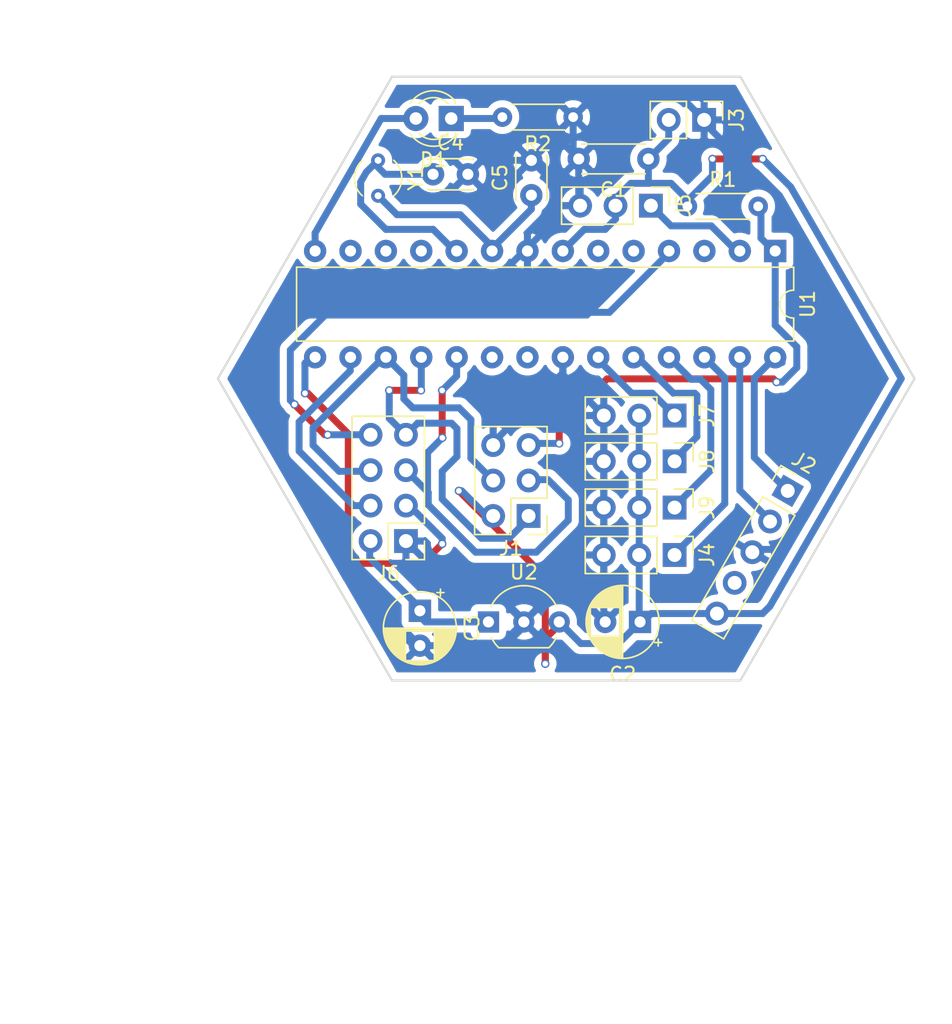
<source format=kicad_pcb>
(kicad_pcb (version 20171130) (host pcbnew 5.1.7-a382d34a8~88~ubuntu18.04.1)

  (general
    (thickness 1.6)
    (drawings 9)
    (tracks 242)
    (zones 0)
    (modules 20)
    (nets 22)
  )

  (page A4)
  (layers
    (0 F.Cu signal)
    (31 B.Cu signal)
    (32 B.Adhes user)
    (33 F.Adhes user)
    (34 B.Paste user)
    (35 F.Paste user)
    (36 B.SilkS user)
    (37 F.SilkS user)
    (38 B.Mask user)
    (39 F.Mask user)
    (40 Dwgs.User user)
    (41 Cmts.User user)
    (42 Eco1.User user)
    (43 Eco2.User user)
    (44 Edge.Cuts user)
    (45 Margin user hide)
    (46 B.CrtYd user hide)
    (47 F.CrtYd user hide)
    (48 B.Fab user hide)
    (49 F.Fab user hide)
  )

  (setup
    (last_trace_width 0.5)
    (trace_clearance 0.5)
    (zone_clearance 0.508)
    (zone_45_only no)
    (trace_min 0.5)
    (via_size 0.6)
    (via_drill 0.4)
    (via_min_size 0.4)
    (via_min_drill 0.3)
    (uvia_size 0.3)
    (uvia_drill 0.1)
    (uvias_allowed no)
    (uvia_min_size 0.2)
    (uvia_min_drill 0.1)
    (edge_width 0.15)
    (segment_width 0.15)
    (pcb_text_width 0.3)
    (pcb_text_size 1.5 1.5)
    (mod_edge_width 0.15)
    (mod_text_size 1 1)
    (mod_text_width 0.15)
    (pad_size 1.524 1.524)
    (pad_drill 0.762)
    (pad_to_mask_clearance 0.2)
    (aux_axis_origin 0 0)
    (visible_elements FFFFEF7F)
    (pcbplotparams
      (layerselection 0x01000_80000000)
      (usegerberextensions false)
      (usegerberattributes true)
      (usegerberadvancedattributes true)
      (creategerberjobfile true)
      (excludeedgelayer true)
      (linewidth 0.100000)
      (plotframeref false)
      (viasonmask false)
      (mode 1)
      (useauxorigin false)
      (hpglpennumber 1)
      (hpglpenspeed 20)
      (hpglpendiameter 15.000000)
      (psnegative false)
      (psa4output false)
      (plotreference false)
      (plotvalue false)
      (plotinvisibletext false)
      (padsonsilk false)
      (subtractmaskfromsilk false)
      (outputformat 1)
      (mirror false)
      (drillshape 0)
      (scaleselection 1)
      (outputdirectory "gerber"))
  )

  (net 0 "")
  (net 1 +5V)
  (net 2 Earth)
  (net 3 "Net-(D1-Pad1)")
  (net 4 "Net-(D1-Pad2)")
  (net 5 /CE)
  (net 6 /MOSI)
  (net 7 /MISO)
  (net 8 /SCK)
  (net 9 /IRQ)
  (net 10 /Reg3v)
  (net 11 /SCL)
  (net 12 /SDA)
  (net 13 "Net-(C4-Pad1)")
  (net 14 "Net-(C5-Pad1)")
  (net 15 "Net-(J1-Pad5)")
  (net 16 "Net-(J4-Pad1)")
  (net 17 /CSN)
  (net 18 "Net-(J7-Pad1)")
  (net 19 "Net-(J8-Pad1)")
  (net 20 "Net-(J9-Pad1)")
  (net 21 "Net-(J5-Pad1)")

  (net_class Default "This is the default net class."
    (clearance 0.5)
    (trace_width 0.5)
    (via_dia 0.6)
    (via_drill 0.4)
    (uvia_dia 0.3)
    (uvia_drill 0.1)
    (add_net +5V)
    (add_net /CE)
    (add_net /CSN)
    (add_net /IRQ)
    (add_net /MISO)
    (add_net /MOSI)
    (add_net /Reg3v)
    (add_net /SCK)
    (add_net /SCL)
    (add_net /SDA)
    (add_net Earth)
    (add_net "Net-(C4-Pad1)")
    (add_net "Net-(C5-Pad1)")
    (add_net "Net-(D1-Pad1)")
    (add_net "Net-(D1-Pad2)")
    (add_net "Net-(J1-Pad5)")
    (add_net "Net-(J4-Pad1)")
    (add_net "Net-(J5-Pad1)")
    (add_net "Net-(J7-Pad1)")
    (add_net "Net-(J8-Pad1)")
    (add_net "Net-(J9-Pad1)")
  )

  (module Pin_Headers:Pin_Header_Straight_2x04_Pitch2.54mm (layer F.Cu) (tedit 59650532) (tstamp 5C923B47)
    (at 180 106.8 180)
    (descr "Through hole straight pin header, 2x04, 2.54mm pitch, double rows")
    (tags "Through hole pin header THT 2x04 2.54mm double row")
    (path /5BBB6AFE)
    (fp_text reference J6 (at 1.27 -2.33) (layer F.SilkS)
      (effects (font (size 1 1) (thickness 0.15)))
    )
    (fp_text value Conn_02x04_Counter_Clockwise (at 1.27 9.95) (layer F.Fab)
      (effects (font (size 1 1) (thickness 0.15)))
    )
    (fp_line (start 0 -1.27) (end 3.81 -1.27) (layer F.Fab) (width 0.1))
    (fp_line (start 3.81 -1.27) (end 3.81 8.89) (layer F.Fab) (width 0.1))
    (fp_line (start 3.81 8.89) (end -1.27 8.89) (layer F.Fab) (width 0.1))
    (fp_line (start -1.27 8.89) (end -1.27 0) (layer F.Fab) (width 0.1))
    (fp_line (start -1.27 0) (end 0 -1.27) (layer F.Fab) (width 0.1))
    (fp_line (start -1.33 8.95) (end 3.87 8.95) (layer F.SilkS) (width 0.12))
    (fp_line (start -1.33 1.27) (end -1.33 8.95) (layer F.SilkS) (width 0.12))
    (fp_line (start 3.87 -1.33) (end 3.87 8.95) (layer F.SilkS) (width 0.12))
    (fp_line (start -1.33 1.27) (end 1.27 1.27) (layer F.SilkS) (width 0.12))
    (fp_line (start 1.27 1.27) (end 1.27 -1.33) (layer F.SilkS) (width 0.12))
    (fp_line (start 1.27 -1.33) (end 3.87 -1.33) (layer F.SilkS) (width 0.12))
    (fp_line (start -1.33 0) (end -1.33 -1.33) (layer F.SilkS) (width 0.12))
    (fp_line (start -1.33 -1.33) (end 0 -1.33) (layer F.SilkS) (width 0.12))
    (fp_line (start -1.8 -1.8) (end -1.8 9.4) (layer F.CrtYd) (width 0.05))
    (fp_line (start -1.8 9.4) (end 4.35 9.4) (layer F.CrtYd) (width 0.05))
    (fp_line (start 4.35 9.4) (end 4.35 -1.8) (layer F.CrtYd) (width 0.05))
    (fp_line (start 4.35 -1.8) (end -1.8 -1.8) (layer F.CrtYd) (width 0.05))
    (fp_text user %R (at 1.27 3.81 270) (layer F.Fab)
      (effects (font (size 1 1) (thickness 0.15)))
    )
    (pad 1 thru_hole rect (at 0 0 180) (size 1.7 1.7) (drill 1) (layers *.Cu *.Mask)
      (net 2 Earth))
    (pad 2 thru_hole oval (at 2.54 0 180) (size 1.7 1.7) (drill 1) (layers *.Cu *.Mask)
      (net 10 /Reg3v))
    (pad 3 thru_hole oval (at 0 2.54 180) (size 1.7 1.7) (drill 1) (layers *.Cu *.Mask)
      (net 5 /CE))
    (pad 4 thru_hole oval (at 2.54 2.54 180) (size 1.7 1.7) (drill 1) (layers *.Cu *.Mask)
      (net 17 /CSN))
    (pad 5 thru_hole oval (at 0 5.08 180) (size 1.7 1.7) (drill 1) (layers *.Cu *.Mask)
      (net 8 /SCK))
    (pad 6 thru_hole oval (at 2.54 5.08 180) (size 1.7 1.7) (drill 1) (layers *.Cu *.Mask)
      (net 6 /MOSI))
    (pad 7 thru_hole oval (at 0 7.62 180) (size 1.7 1.7) (drill 1) (layers *.Cu *.Mask)
      (net 7 /MISO))
    (pad 8 thru_hole oval (at 2.54 7.62 180) (size 1.7 1.7) (drill 1) (layers *.Cu *.Mask)
      (net 9 /IRQ))
    (model ${KISYS3DMOD}/Pin_Headers.3dshapes/Pin_Header_Straight_2x04_Pitch2.54mm.wrl
      (at (xyz 0 0 0))
      (scale (xyz 1 1 1))
      (rotate (xyz 0 0 0))
    )
  )

  (module Capacitor_THT:CP_Radial_D5.0mm_P2.50mm (layer F.Cu) (tedit 5AE50EF0) (tstamp 61EAF144)
    (at 196.8 112.6 180)
    (descr "CP, Radial series, Radial, pin pitch=2.50mm, , diameter=5mm, Electrolytic Capacitor")
    (tags "CP Radial series Radial pin pitch 2.50mm  diameter 5mm Electrolytic Capacitor")
    (path /5BBB776B)
    (fp_text reference C2 (at 1.25 -3.75) (layer F.SilkS)
      (effects (font (size 1 1) (thickness 0.15)))
    )
    (fp_text value CP (at 1.25 3.75) (layer F.Fab)
      (effects (font (size 1 1) (thickness 0.15)))
    )
    (fp_line (start -1.304775 -1.725) (end -1.304775 -1.225) (layer F.SilkS) (width 0.12))
    (fp_line (start -1.554775 -1.475) (end -1.054775 -1.475) (layer F.SilkS) (width 0.12))
    (fp_line (start 3.851 -0.284) (end 3.851 0.284) (layer F.SilkS) (width 0.12))
    (fp_line (start 3.811 -0.518) (end 3.811 0.518) (layer F.SilkS) (width 0.12))
    (fp_line (start 3.771 -0.677) (end 3.771 0.677) (layer F.SilkS) (width 0.12))
    (fp_line (start 3.731 -0.805) (end 3.731 0.805) (layer F.SilkS) (width 0.12))
    (fp_line (start 3.691 -0.915) (end 3.691 0.915) (layer F.SilkS) (width 0.12))
    (fp_line (start 3.651 -1.011) (end 3.651 1.011) (layer F.SilkS) (width 0.12))
    (fp_line (start 3.611 -1.098) (end 3.611 1.098) (layer F.SilkS) (width 0.12))
    (fp_line (start 3.571 -1.178) (end 3.571 1.178) (layer F.SilkS) (width 0.12))
    (fp_line (start 3.531 1.04) (end 3.531 1.251) (layer F.SilkS) (width 0.12))
    (fp_line (start 3.531 -1.251) (end 3.531 -1.04) (layer F.SilkS) (width 0.12))
    (fp_line (start 3.491 1.04) (end 3.491 1.319) (layer F.SilkS) (width 0.12))
    (fp_line (start 3.491 -1.319) (end 3.491 -1.04) (layer F.SilkS) (width 0.12))
    (fp_line (start 3.451 1.04) (end 3.451 1.383) (layer F.SilkS) (width 0.12))
    (fp_line (start 3.451 -1.383) (end 3.451 -1.04) (layer F.SilkS) (width 0.12))
    (fp_line (start 3.411 1.04) (end 3.411 1.443) (layer F.SilkS) (width 0.12))
    (fp_line (start 3.411 -1.443) (end 3.411 -1.04) (layer F.SilkS) (width 0.12))
    (fp_line (start 3.371 1.04) (end 3.371 1.5) (layer F.SilkS) (width 0.12))
    (fp_line (start 3.371 -1.5) (end 3.371 -1.04) (layer F.SilkS) (width 0.12))
    (fp_line (start 3.331 1.04) (end 3.331 1.554) (layer F.SilkS) (width 0.12))
    (fp_line (start 3.331 -1.554) (end 3.331 -1.04) (layer F.SilkS) (width 0.12))
    (fp_line (start 3.291 1.04) (end 3.291 1.605) (layer F.SilkS) (width 0.12))
    (fp_line (start 3.291 -1.605) (end 3.291 -1.04) (layer F.SilkS) (width 0.12))
    (fp_line (start 3.251 1.04) (end 3.251 1.653) (layer F.SilkS) (width 0.12))
    (fp_line (start 3.251 -1.653) (end 3.251 -1.04) (layer F.SilkS) (width 0.12))
    (fp_line (start 3.211 1.04) (end 3.211 1.699) (layer F.SilkS) (width 0.12))
    (fp_line (start 3.211 -1.699) (end 3.211 -1.04) (layer F.SilkS) (width 0.12))
    (fp_line (start 3.171 1.04) (end 3.171 1.743) (layer F.SilkS) (width 0.12))
    (fp_line (start 3.171 -1.743) (end 3.171 -1.04) (layer F.SilkS) (width 0.12))
    (fp_line (start 3.131 1.04) (end 3.131 1.785) (layer F.SilkS) (width 0.12))
    (fp_line (start 3.131 -1.785) (end 3.131 -1.04) (layer F.SilkS) (width 0.12))
    (fp_line (start 3.091 1.04) (end 3.091 1.826) (layer F.SilkS) (width 0.12))
    (fp_line (start 3.091 -1.826) (end 3.091 -1.04) (layer F.SilkS) (width 0.12))
    (fp_line (start 3.051 1.04) (end 3.051 1.864) (layer F.SilkS) (width 0.12))
    (fp_line (start 3.051 -1.864) (end 3.051 -1.04) (layer F.SilkS) (width 0.12))
    (fp_line (start 3.011 1.04) (end 3.011 1.901) (layer F.SilkS) (width 0.12))
    (fp_line (start 3.011 -1.901) (end 3.011 -1.04) (layer F.SilkS) (width 0.12))
    (fp_line (start 2.971 1.04) (end 2.971 1.937) (layer F.SilkS) (width 0.12))
    (fp_line (start 2.971 -1.937) (end 2.971 -1.04) (layer F.SilkS) (width 0.12))
    (fp_line (start 2.931 1.04) (end 2.931 1.971) (layer F.SilkS) (width 0.12))
    (fp_line (start 2.931 -1.971) (end 2.931 -1.04) (layer F.SilkS) (width 0.12))
    (fp_line (start 2.891 1.04) (end 2.891 2.004) (layer F.SilkS) (width 0.12))
    (fp_line (start 2.891 -2.004) (end 2.891 -1.04) (layer F.SilkS) (width 0.12))
    (fp_line (start 2.851 1.04) (end 2.851 2.035) (layer F.SilkS) (width 0.12))
    (fp_line (start 2.851 -2.035) (end 2.851 -1.04) (layer F.SilkS) (width 0.12))
    (fp_line (start 2.811 1.04) (end 2.811 2.065) (layer F.SilkS) (width 0.12))
    (fp_line (start 2.811 -2.065) (end 2.811 -1.04) (layer F.SilkS) (width 0.12))
    (fp_line (start 2.771 1.04) (end 2.771 2.095) (layer F.SilkS) (width 0.12))
    (fp_line (start 2.771 -2.095) (end 2.771 -1.04) (layer F.SilkS) (width 0.12))
    (fp_line (start 2.731 1.04) (end 2.731 2.122) (layer F.SilkS) (width 0.12))
    (fp_line (start 2.731 -2.122) (end 2.731 -1.04) (layer F.SilkS) (width 0.12))
    (fp_line (start 2.691 1.04) (end 2.691 2.149) (layer F.SilkS) (width 0.12))
    (fp_line (start 2.691 -2.149) (end 2.691 -1.04) (layer F.SilkS) (width 0.12))
    (fp_line (start 2.651 1.04) (end 2.651 2.175) (layer F.SilkS) (width 0.12))
    (fp_line (start 2.651 -2.175) (end 2.651 -1.04) (layer F.SilkS) (width 0.12))
    (fp_line (start 2.611 1.04) (end 2.611 2.2) (layer F.SilkS) (width 0.12))
    (fp_line (start 2.611 -2.2) (end 2.611 -1.04) (layer F.SilkS) (width 0.12))
    (fp_line (start 2.571 1.04) (end 2.571 2.224) (layer F.SilkS) (width 0.12))
    (fp_line (start 2.571 -2.224) (end 2.571 -1.04) (layer F.SilkS) (width 0.12))
    (fp_line (start 2.531 1.04) (end 2.531 2.247) (layer F.SilkS) (width 0.12))
    (fp_line (start 2.531 -2.247) (end 2.531 -1.04) (layer F.SilkS) (width 0.12))
    (fp_line (start 2.491 1.04) (end 2.491 2.268) (layer F.SilkS) (width 0.12))
    (fp_line (start 2.491 -2.268) (end 2.491 -1.04) (layer F.SilkS) (width 0.12))
    (fp_line (start 2.451 1.04) (end 2.451 2.29) (layer F.SilkS) (width 0.12))
    (fp_line (start 2.451 -2.29) (end 2.451 -1.04) (layer F.SilkS) (width 0.12))
    (fp_line (start 2.411 1.04) (end 2.411 2.31) (layer F.SilkS) (width 0.12))
    (fp_line (start 2.411 -2.31) (end 2.411 -1.04) (layer F.SilkS) (width 0.12))
    (fp_line (start 2.371 1.04) (end 2.371 2.329) (layer F.SilkS) (width 0.12))
    (fp_line (start 2.371 -2.329) (end 2.371 -1.04) (layer F.SilkS) (width 0.12))
    (fp_line (start 2.331 1.04) (end 2.331 2.348) (layer F.SilkS) (width 0.12))
    (fp_line (start 2.331 -2.348) (end 2.331 -1.04) (layer F.SilkS) (width 0.12))
    (fp_line (start 2.291 1.04) (end 2.291 2.365) (layer F.SilkS) (width 0.12))
    (fp_line (start 2.291 -2.365) (end 2.291 -1.04) (layer F.SilkS) (width 0.12))
    (fp_line (start 2.251 1.04) (end 2.251 2.382) (layer F.SilkS) (width 0.12))
    (fp_line (start 2.251 -2.382) (end 2.251 -1.04) (layer F.SilkS) (width 0.12))
    (fp_line (start 2.211 1.04) (end 2.211 2.398) (layer F.SilkS) (width 0.12))
    (fp_line (start 2.211 -2.398) (end 2.211 -1.04) (layer F.SilkS) (width 0.12))
    (fp_line (start 2.171 1.04) (end 2.171 2.414) (layer F.SilkS) (width 0.12))
    (fp_line (start 2.171 -2.414) (end 2.171 -1.04) (layer F.SilkS) (width 0.12))
    (fp_line (start 2.131 1.04) (end 2.131 2.428) (layer F.SilkS) (width 0.12))
    (fp_line (start 2.131 -2.428) (end 2.131 -1.04) (layer F.SilkS) (width 0.12))
    (fp_line (start 2.091 1.04) (end 2.091 2.442) (layer F.SilkS) (width 0.12))
    (fp_line (start 2.091 -2.442) (end 2.091 -1.04) (layer F.SilkS) (width 0.12))
    (fp_line (start 2.051 1.04) (end 2.051 2.455) (layer F.SilkS) (width 0.12))
    (fp_line (start 2.051 -2.455) (end 2.051 -1.04) (layer F.SilkS) (width 0.12))
    (fp_line (start 2.011 1.04) (end 2.011 2.468) (layer F.SilkS) (width 0.12))
    (fp_line (start 2.011 -2.468) (end 2.011 -1.04) (layer F.SilkS) (width 0.12))
    (fp_line (start 1.971 1.04) (end 1.971 2.48) (layer F.SilkS) (width 0.12))
    (fp_line (start 1.971 -2.48) (end 1.971 -1.04) (layer F.SilkS) (width 0.12))
    (fp_line (start 1.93 1.04) (end 1.93 2.491) (layer F.SilkS) (width 0.12))
    (fp_line (start 1.93 -2.491) (end 1.93 -1.04) (layer F.SilkS) (width 0.12))
    (fp_line (start 1.89 1.04) (end 1.89 2.501) (layer F.SilkS) (width 0.12))
    (fp_line (start 1.89 -2.501) (end 1.89 -1.04) (layer F.SilkS) (width 0.12))
    (fp_line (start 1.85 1.04) (end 1.85 2.511) (layer F.SilkS) (width 0.12))
    (fp_line (start 1.85 -2.511) (end 1.85 -1.04) (layer F.SilkS) (width 0.12))
    (fp_line (start 1.81 1.04) (end 1.81 2.52) (layer F.SilkS) (width 0.12))
    (fp_line (start 1.81 -2.52) (end 1.81 -1.04) (layer F.SilkS) (width 0.12))
    (fp_line (start 1.77 1.04) (end 1.77 2.528) (layer F.SilkS) (width 0.12))
    (fp_line (start 1.77 -2.528) (end 1.77 -1.04) (layer F.SilkS) (width 0.12))
    (fp_line (start 1.73 1.04) (end 1.73 2.536) (layer F.SilkS) (width 0.12))
    (fp_line (start 1.73 -2.536) (end 1.73 -1.04) (layer F.SilkS) (width 0.12))
    (fp_line (start 1.69 1.04) (end 1.69 2.543) (layer F.SilkS) (width 0.12))
    (fp_line (start 1.69 -2.543) (end 1.69 -1.04) (layer F.SilkS) (width 0.12))
    (fp_line (start 1.65 1.04) (end 1.65 2.55) (layer F.SilkS) (width 0.12))
    (fp_line (start 1.65 -2.55) (end 1.65 -1.04) (layer F.SilkS) (width 0.12))
    (fp_line (start 1.61 1.04) (end 1.61 2.556) (layer F.SilkS) (width 0.12))
    (fp_line (start 1.61 -2.556) (end 1.61 -1.04) (layer F.SilkS) (width 0.12))
    (fp_line (start 1.57 1.04) (end 1.57 2.561) (layer F.SilkS) (width 0.12))
    (fp_line (start 1.57 -2.561) (end 1.57 -1.04) (layer F.SilkS) (width 0.12))
    (fp_line (start 1.53 1.04) (end 1.53 2.565) (layer F.SilkS) (width 0.12))
    (fp_line (start 1.53 -2.565) (end 1.53 -1.04) (layer F.SilkS) (width 0.12))
    (fp_line (start 1.49 1.04) (end 1.49 2.569) (layer F.SilkS) (width 0.12))
    (fp_line (start 1.49 -2.569) (end 1.49 -1.04) (layer F.SilkS) (width 0.12))
    (fp_line (start 1.45 -2.573) (end 1.45 2.573) (layer F.SilkS) (width 0.12))
    (fp_line (start 1.41 -2.576) (end 1.41 2.576) (layer F.SilkS) (width 0.12))
    (fp_line (start 1.37 -2.578) (end 1.37 2.578) (layer F.SilkS) (width 0.12))
    (fp_line (start 1.33 -2.579) (end 1.33 2.579) (layer F.SilkS) (width 0.12))
    (fp_line (start 1.29 -2.58) (end 1.29 2.58) (layer F.SilkS) (width 0.12))
    (fp_line (start 1.25 -2.58) (end 1.25 2.58) (layer F.SilkS) (width 0.12))
    (fp_line (start -0.633605 -1.3375) (end -0.633605 -0.8375) (layer F.Fab) (width 0.1))
    (fp_line (start -0.883605 -1.0875) (end -0.383605 -1.0875) (layer F.Fab) (width 0.1))
    (fp_circle (center 1.25 0) (end 4 0) (layer F.CrtYd) (width 0.05))
    (fp_circle (center 1.25 0) (end 3.87 0) (layer F.SilkS) (width 0.12))
    (fp_circle (center 1.25 0) (end 3.75 0) (layer F.Fab) (width 0.1))
    (fp_text user %R (at 1.25 0) (layer F.Fab)
      (effects (font (size 1 1) (thickness 0.15)))
    )
    (pad 2 thru_hole circle (at 2.5 0 180) (size 1.6 1.6) (drill 0.8) (layers *.Cu *.Mask)
      (net 2 Earth))
    (pad 1 thru_hole rect (at 0 0 180) (size 1.6 1.6) (drill 0.8) (layers *.Cu *.Mask)
      (net 1 +5V))
    (model ${KISYS3DMOD}/Capacitor_THT.3dshapes/CP_Radial_D5.0mm_P2.50mm.wrl
      (at (xyz 0 0 0))
      (scale (xyz 1 1 1))
      (rotate (xyz 0 0 0))
    )
  )

  (module Connector_PinHeader_2.54mm:PinHeader_1x05_P2.54mm_Vertical (layer F.Cu) (tedit 59FED5CC) (tstamp 61ED3247)
    (at 207.4 103.2 330)
    (descr "Through hole straight pin header, 1x05, 2.54mm pitch, single row")
    (tags "Through hole pin header THT 1x05 2.54mm single row")
    (path /621F774B)
    (fp_text reference J2 (at 0 -2.33 150) (layer F.SilkS)
      (effects (font (size 1 1) (thickness 0.15)))
    )
    (fp_text value Sensors (at 0 12.49 150) (layer F.Fab)
      (effects (font (size 1 1) (thickness 0.15)))
    )
    (fp_line (start 1.8 -1.8) (end -1.8 -1.8) (layer F.CrtYd) (width 0.05))
    (fp_line (start 1.8 11.95) (end 1.8 -1.8) (layer F.CrtYd) (width 0.05))
    (fp_line (start -1.8 11.95) (end 1.8 11.95) (layer F.CrtYd) (width 0.05))
    (fp_line (start -1.8 -1.8) (end -1.8 11.95) (layer F.CrtYd) (width 0.05))
    (fp_line (start -1.33 -1.33) (end 0 -1.33) (layer F.SilkS) (width 0.12))
    (fp_line (start -1.33 0) (end -1.33 -1.33) (layer F.SilkS) (width 0.12))
    (fp_line (start -1.33 1.27) (end 1.33 1.27) (layer F.SilkS) (width 0.12))
    (fp_line (start 1.33 1.27) (end 1.33 11.49) (layer F.SilkS) (width 0.12))
    (fp_line (start -1.33 1.27) (end -1.33 11.49) (layer F.SilkS) (width 0.12))
    (fp_line (start -1.33 11.49) (end 1.33 11.49) (layer F.SilkS) (width 0.12))
    (fp_line (start -1.27 -0.635) (end -0.635 -1.27) (layer F.Fab) (width 0.1))
    (fp_line (start -1.27 11.43) (end -1.27 -0.635) (layer F.Fab) (width 0.1))
    (fp_line (start 1.27 11.43) (end -1.27 11.43) (layer F.Fab) (width 0.1))
    (fp_line (start 1.27 -1.27) (end 1.27 11.43) (layer F.Fab) (width 0.1))
    (fp_line (start -0.635 -1.27) (end 1.27 -1.27) (layer F.Fab) (width 0.1))
    (fp_text user %R (at 0 5.08 60) (layer F.Fab)
      (effects (font (size 1 1) (thickness 0.15)))
    )
    (pad 1 thru_hole rect (at 0 0 330) (size 1.7 1.7) (drill 1) (layers *.Cu *.Mask)
      (net 12 /SDA))
    (pad 2 thru_hole oval (at 0 2.54 330) (size 1.7 1.7) (drill 1) (layers *.Cu *.Mask)
      (net 11 /SCL))
    (pad 3 thru_hole oval (at 0 5.08 330) (size 1.7 1.7) (drill 1) (layers *.Cu *.Mask)
      (net 2 Earth))
    (pad 4 thru_hole oval (at 0 7.62 330) (size 1.7 1.7) (drill 1) (layers *.Cu *.Mask))
    (pad 5 thru_hole oval (at 0 10.16 330) (size 1.7 1.7) (drill 1) (layers *.Cu *.Mask)
      (net 1 +5V))
    (model ${KISYS3DMOD}/Connector_PinHeader_2.54mm.3dshapes/PinHeader_1x05_P2.54mm_Vertical.wrl
      (at (xyz 0 0 0))
      (scale (xyz 1 1 1))
      (rotate (xyz 0 0 0))
    )
  )

  (module Capacitor_THT:C_Disc_D4.3mm_W1.9mm_P5.00mm (layer F.Cu) (tedit 5AE50EF0) (tstamp 61EE66CF)
    (at 197.4 79.4 180)
    (descr "C, Disc series, Radial, pin pitch=5.00mm, , diameter*width=4.3*1.9mm^2, Capacitor, http://www.vishay.com/docs/45233/krseries.pdf")
    (tags "C Disc series Radial pin pitch 5.00mm  diameter 4.3mm width 1.9mm Capacitor")
    (path /61EEA8AA)
    (fp_text reference C1 (at 2.5 -2.2) (layer F.SilkS)
      (effects (font (size 1 1) (thickness 0.15)))
    )
    (fp_text value C (at 2.5 2.2) (layer F.Fab)
      (effects (font (size 1 1) (thickness 0.15)))
    )
    (fp_line (start 6.05 -1.2) (end -1.05 -1.2) (layer F.CrtYd) (width 0.05))
    (fp_line (start 6.05 1.2) (end 6.05 -1.2) (layer F.CrtYd) (width 0.05))
    (fp_line (start -1.05 1.2) (end 6.05 1.2) (layer F.CrtYd) (width 0.05))
    (fp_line (start -1.05 -1.2) (end -1.05 1.2) (layer F.CrtYd) (width 0.05))
    (fp_line (start 4.77 1.055) (end 4.77 1.07) (layer F.SilkS) (width 0.12))
    (fp_line (start 4.77 -1.07) (end 4.77 -1.055) (layer F.SilkS) (width 0.12))
    (fp_line (start 0.23 1.055) (end 0.23 1.07) (layer F.SilkS) (width 0.12))
    (fp_line (start 0.23 -1.07) (end 0.23 -1.055) (layer F.SilkS) (width 0.12))
    (fp_line (start 0.23 1.07) (end 4.77 1.07) (layer F.SilkS) (width 0.12))
    (fp_line (start 0.23 -1.07) (end 4.77 -1.07) (layer F.SilkS) (width 0.12))
    (fp_line (start 4.65 -0.95) (end 0.35 -0.95) (layer F.Fab) (width 0.1))
    (fp_line (start 4.65 0.95) (end 4.65 -0.95) (layer F.Fab) (width 0.1))
    (fp_line (start 0.35 0.95) (end 4.65 0.95) (layer F.Fab) (width 0.1))
    (fp_line (start 0.35 -0.95) (end 0.35 0.95) (layer F.Fab) (width 0.1))
    (fp_text user %R (at 2.5 0) (layer F.Fab)
      (effects (font (size 0.86 0.86) (thickness 0.129)))
    )
    (pad 1 thru_hole circle (at 0 0 180) (size 1.6 1.6) (drill 0.8) (layers *.Cu *.Mask)
      (net 1 +5V))
    (pad 2 thru_hole circle (at 5 0 180) (size 1.6 1.6) (drill 0.8) (layers *.Cu *.Mask)
      (net 2 Earth))
    (model ${KISYS3DMOD}/Capacitor_THT.3dshapes/C_Disc_D4.3mm_W1.9mm_P5.00mm.wrl
      (at (xyz 0 0 0))
      (scale (xyz 1 1 1))
      (rotate (xyz 0 0 0))
    )
  )

  (module Connector_PinHeader_2.54mm:PinHeader_1x03_P2.54mm_Vertical (layer F.Cu) (tedit 59FED5CC) (tstamp 61EE67A7)
    (at 197.58 82.75 270)
    (descr "Through hole straight pin header, 1x03, 2.54mm pitch, single row")
    (tags "Through hole pin header THT 1x03 2.54mm single row")
    (path /621DD777)
    (fp_text reference J5 (at 0 -2.33 90) (layer F.SilkS)
      (effects (font (size 1 1) (thickness 0.15)))
    )
    (fp_text value NeoPixel (at 0 7.41 90) (layer F.Fab)
      (effects (font (size 1 1) (thickness 0.15)))
    )
    (fp_line (start 1.8 -1.8) (end -1.8 -1.8) (layer F.CrtYd) (width 0.05))
    (fp_line (start 1.8 6.85) (end 1.8 -1.8) (layer F.CrtYd) (width 0.05))
    (fp_line (start -1.8 6.85) (end 1.8 6.85) (layer F.CrtYd) (width 0.05))
    (fp_line (start -1.8 -1.8) (end -1.8 6.85) (layer F.CrtYd) (width 0.05))
    (fp_line (start -1.33 -1.33) (end 0 -1.33) (layer F.SilkS) (width 0.12))
    (fp_line (start -1.33 0) (end -1.33 -1.33) (layer F.SilkS) (width 0.12))
    (fp_line (start -1.33 1.27) (end 1.33 1.27) (layer F.SilkS) (width 0.12))
    (fp_line (start 1.33 1.27) (end 1.33 6.41) (layer F.SilkS) (width 0.12))
    (fp_line (start -1.33 1.27) (end -1.33 6.41) (layer F.SilkS) (width 0.12))
    (fp_line (start -1.33 6.41) (end 1.33 6.41) (layer F.SilkS) (width 0.12))
    (fp_line (start -1.27 -0.635) (end -0.635 -1.27) (layer F.Fab) (width 0.1))
    (fp_line (start -1.27 6.35) (end -1.27 -0.635) (layer F.Fab) (width 0.1))
    (fp_line (start 1.27 6.35) (end -1.27 6.35) (layer F.Fab) (width 0.1))
    (fp_line (start 1.27 -1.27) (end 1.27 6.35) (layer F.Fab) (width 0.1))
    (fp_line (start -0.635 -1.27) (end 1.27 -1.27) (layer F.Fab) (width 0.1))
    (fp_text user %R (at 0 2.54) (layer F.Fab)
      (effects (font (size 1 1) (thickness 0.15)))
    )
    (pad 1 thru_hole rect (at 0 0 270) (size 1.7 1.7) (drill 1) (layers *.Cu *.Mask)
      (net 21 "Net-(J5-Pad1)"))
    (pad 2 thru_hole oval (at 0 2.54 270) (size 1.7 1.7) (drill 1) (layers *.Cu *.Mask)
      (net 1 +5V))
    (pad 3 thru_hole oval (at 0 5.08 270) (size 1.7 1.7) (drill 1) (layers *.Cu *.Mask)
      (net 2 Earth))
    (model ${KISYS3DMOD}/Connector_PinHeader_2.54mm.3dshapes/PinHeader_1x03_P2.54mm_Vertical.wrl
      (at (xyz 0 0 0))
      (scale (xyz 1 1 1))
      (rotate (xyz 0 0 0))
    )
  )

  (module Connector_PinHeader_2.54mm:PinHeader_1x02_P2.54mm_Vertical (layer F.Cu) (tedit 59FED5CC) (tstamp 61EE699A)
    (at 201.4 76.6 270)
    (descr "Through hole straight pin header, 1x02, 2.54mm pitch, single row")
    (tags "Through hole pin header THT 1x02 2.54mm single row")
    (path /5C9285A3)
    (fp_text reference J3 (at 0 -2.33 90) (layer F.SilkS)
      (effects (font (size 1 1) (thickness 0.15)))
    )
    (fp_text value Conn_01x02 (at 0 4.87 90) (layer F.Fab)
      (effects (font (size 1 1) (thickness 0.15)))
    )
    (fp_line (start -0.635 -1.27) (end 1.27 -1.27) (layer F.Fab) (width 0.1))
    (fp_line (start 1.27 -1.27) (end 1.27 3.81) (layer F.Fab) (width 0.1))
    (fp_line (start 1.27 3.81) (end -1.27 3.81) (layer F.Fab) (width 0.1))
    (fp_line (start -1.27 3.81) (end -1.27 -0.635) (layer F.Fab) (width 0.1))
    (fp_line (start -1.27 -0.635) (end -0.635 -1.27) (layer F.Fab) (width 0.1))
    (fp_line (start -1.33 3.87) (end 1.33 3.87) (layer F.SilkS) (width 0.12))
    (fp_line (start -1.33 1.27) (end -1.33 3.87) (layer F.SilkS) (width 0.12))
    (fp_line (start 1.33 1.27) (end 1.33 3.87) (layer F.SilkS) (width 0.12))
    (fp_line (start -1.33 1.27) (end 1.33 1.27) (layer F.SilkS) (width 0.12))
    (fp_line (start -1.33 0) (end -1.33 -1.33) (layer F.SilkS) (width 0.12))
    (fp_line (start -1.33 -1.33) (end 0 -1.33) (layer F.SilkS) (width 0.12))
    (fp_line (start -1.8 -1.8) (end -1.8 4.35) (layer F.CrtYd) (width 0.05))
    (fp_line (start -1.8 4.35) (end 1.8 4.35) (layer F.CrtYd) (width 0.05))
    (fp_line (start 1.8 4.35) (end 1.8 -1.8) (layer F.CrtYd) (width 0.05))
    (fp_line (start 1.8 -1.8) (end -1.8 -1.8) (layer F.CrtYd) (width 0.05))
    (fp_text user %R (at 0 1.27) (layer F.Fab)
      (effects (font (size 1 1) (thickness 0.15)))
    )
    (pad 1 thru_hole rect (at 0 0 270) (size 1.7 1.7) (drill 1) (layers *.Cu *.Mask)
      (net 2 Earth))
    (pad 2 thru_hole oval (at 0 2.54 270) (size 1.7 1.7) (drill 1) (layers *.Cu *.Mask)
      (net 1 +5V))
    (model ${KISYS3DMOD}/Connector_PinHeader_2.54mm.3dshapes/PinHeader_1x02_P2.54mm_Vertical.wrl
      (at (xyz 0 0 0))
      (scale (xyz 1 1 1))
      (rotate (xyz 0 0 0))
    )
  )

  (module TO_SOT_Packages_THT:TO-92_Inline_Wide (layer F.Cu) (tedit 58CE52AF) (tstamp 5CABB332)
    (at 185.92 112.6)
    (descr "TO-92 leads in-line, wide, drill 0.8mm (see NXP sot054_po.pdf)")
    (tags "to-92 sc-43 sc-43a sot54 PA33 transistor")
    (path /5CABB898)
    (fp_text reference U2 (at 2.54 -3.56 180) (layer F.SilkS)
      (effects (font (size 1 1) (thickness 0.15)))
    )
    (fp_text value LP2950-3.0_TO92 (at 2.54 2.79) (layer F.Fab)
      (effects (font (size 1 1) (thickness 0.15)))
    )
    (fp_line (start 0.74 1.85) (end 4.34 1.85) (layer F.SilkS) (width 0.12))
    (fp_line (start 0.8 1.75) (end 4.3 1.75) (layer F.Fab) (width 0.1))
    (fp_line (start -1.01 -2.73) (end 6.09 -2.73) (layer F.CrtYd) (width 0.05))
    (fp_line (start -1.01 -2.73) (end -1.01 2.01) (layer F.CrtYd) (width 0.05))
    (fp_line (start 6.09 2.01) (end 6.09 -2.73) (layer F.CrtYd) (width 0.05))
    (fp_line (start 6.09 2.01) (end -1.01 2.01) (layer F.CrtYd) (width 0.05))
    (fp_text user %R (at 2.54 -3.56 180) (layer F.Fab)
      (effects (font (size 1 1) (thickness 0.15)))
    )
    (fp_arc (start 2.54 0) (end 0.74 1.85) (angle 20) (layer F.SilkS) (width 0.12))
    (fp_arc (start 2.54 0) (end 2.54 -2.6) (angle -65) (layer F.SilkS) (width 0.12))
    (fp_arc (start 2.54 0) (end 2.54 -2.6) (angle 65) (layer F.SilkS) (width 0.12))
    (fp_arc (start 2.54 0) (end 2.54 -2.48) (angle 135) (layer F.Fab) (width 0.1))
    (fp_arc (start 2.54 0) (end 2.54 -2.48) (angle -135) (layer F.Fab) (width 0.1))
    (fp_arc (start 2.54 0) (end 4.34 1.85) (angle -20) (layer F.SilkS) (width 0.12))
    (pad 2 thru_hole circle (at 2.54 0 90) (size 1.52 1.52) (drill 0.8) (layers *.Cu *.Mask)
      (net 2 Earth))
    (pad 3 thru_hole circle (at 5.08 0 90) (size 1.52 1.52) (drill 0.8) (layers *.Cu *.Mask)
      (net 1 +5V))
    (pad 1 thru_hole rect (at 0 0 90) (size 1.52 1.52) (drill 0.8) (layers *.Cu *.Mask)
      (net 10 /Reg3v))
    (model ${KISYS3DMOD}/TO_SOT_Packages_THT.3dshapes/TO-92_Inline_Wide.wrl
      (offset (xyz 2.539999961853027 0 0))
      (scale (xyz 1 1 1))
      (rotate (xyz 0 0 -90))
    )
  )

  (module Connector_PinHeader_2.54mm:PinHeader_2x03_P2.54mm_Vertical (layer F.Cu) (tedit 59FED5CC) (tstamp 61EAF36D)
    (at 188.8 105 180)
    (descr "Through hole straight pin header, 2x03, 2.54mm pitch, double rows")
    (tags "Through hole pin header THT 2x03 2.54mm double row")
    (path /61EEBC8C)
    (fp_text reference J1 (at 1.27 -2.33) (layer F.SilkS)
      (effects (font (size 1 1) (thickness 0.15)))
    )
    (fp_text value ISP (at 1.27 7.41) (layer F.Fab)
      (effects (font (size 1 1) (thickness 0.15)))
    )
    (fp_line (start 0 -1.27) (end 3.81 -1.27) (layer F.Fab) (width 0.1))
    (fp_line (start 3.81 -1.27) (end 3.81 6.35) (layer F.Fab) (width 0.1))
    (fp_line (start 3.81 6.35) (end -1.27 6.35) (layer F.Fab) (width 0.1))
    (fp_line (start -1.27 6.35) (end -1.27 0) (layer F.Fab) (width 0.1))
    (fp_line (start -1.27 0) (end 0 -1.27) (layer F.Fab) (width 0.1))
    (fp_line (start -1.33 6.41) (end 3.87 6.41) (layer F.SilkS) (width 0.12))
    (fp_line (start -1.33 1.27) (end -1.33 6.41) (layer F.SilkS) (width 0.12))
    (fp_line (start 3.87 -1.33) (end 3.87 6.41) (layer F.SilkS) (width 0.12))
    (fp_line (start -1.33 1.27) (end 1.27 1.27) (layer F.SilkS) (width 0.12))
    (fp_line (start 1.27 1.27) (end 1.27 -1.33) (layer F.SilkS) (width 0.12))
    (fp_line (start 1.27 -1.33) (end 3.87 -1.33) (layer F.SilkS) (width 0.12))
    (fp_line (start -1.33 0) (end -1.33 -1.33) (layer F.SilkS) (width 0.12))
    (fp_line (start -1.33 -1.33) (end 0 -1.33) (layer F.SilkS) (width 0.12))
    (fp_line (start -1.8 -1.8) (end -1.8 6.85) (layer F.CrtYd) (width 0.05))
    (fp_line (start -1.8 6.85) (end 4.35 6.85) (layer F.CrtYd) (width 0.05))
    (fp_line (start 4.35 6.85) (end 4.35 -1.8) (layer F.CrtYd) (width 0.05))
    (fp_line (start 4.35 -1.8) (end -1.8 -1.8) (layer F.CrtYd) (width 0.05))
    (fp_text user %R (at 1.27 2.54 90) (layer F.Fab)
      (effects (font (size 1 1) (thickness 0.15)))
    )
    (pad 1 thru_hole rect (at 0 0 180) (size 1.7 1.7) (drill 1) (layers *.Cu *.Mask)
      (net 7 /MISO))
    (pad 2 thru_hole oval (at 2.54 0 180) (size 1.7 1.7) (drill 1) (layers *.Cu *.Mask)
      (net 1 +5V))
    (pad 3 thru_hole oval (at 0 2.54 180) (size 1.7 1.7) (drill 1) (layers *.Cu *.Mask)
      (net 8 /SCK))
    (pad 4 thru_hole oval (at 2.54 2.54 180) (size 1.7 1.7) (drill 1) (layers *.Cu *.Mask)
      (net 6 /MOSI))
    (pad 5 thru_hole oval (at 0 5.08 180) (size 1.7 1.7) (drill 1) (layers *.Cu *.Mask)
      (net 15 "Net-(J1-Pad5)"))
    (pad 6 thru_hole oval (at 2.54 5.08 180) (size 1.7 1.7) (drill 1) (layers *.Cu *.Mask)
      (net 2 Earth))
    (model ${KISYS3DMOD}/Connector_PinHeader_2.54mm.3dshapes/PinHeader_2x03_P2.54mm_Vertical.wrl
      (at (xyz 0 0 0))
      (scale (xyz 1 1 1))
      (rotate (xyz 0 0 0))
    )
  )

  (module LEDs:LED_D3.0mm_FlatTop (layer F.Cu) (tedit 5880A862) (tstamp 5BBC4067)
    (at 183.25 76.5 180)
    (descr "LED, Round, FlatTop, diameter 3.0mm, 2 pins, http://www.kingbright.com/attachments/file/psearch/000/00/00/L-47XEC(Ver.9A).pdf")
    (tags "LED Round FlatTop diameter 3.0mm 2 pins")
    (path /5BBB94A5)
    (fp_text reference D1 (at 1.27 -2.96 180) (layer F.SilkS)
      (effects (font (size 1 1) (thickness 0.15)))
    )
    (fp_text value LED (at 1.27 2.96 180) (layer F.Fab)
      (effects (font (size 1 1) (thickness 0.15)))
    )
    (fp_circle (center 1.27 0) (end 2.77 0) (layer F.Fab) (width 0.1))
    (fp_line (start -0.23 -1.16619) (end -0.23 1.16619) (layer F.Fab) (width 0.1))
    (fp_line (start -0.29 -1.236) (end -0.29 -1.08) (layer F.SilkS) (width 0.12))
    (fp_line (start -0.29 1.08) (end -0.29 1.236) (layer F.SilkS) (width 0.12))
    (fp_line (start -1.15 -2.25) (end -1.15 2.25) (layer F.CrtYd) (width 0.05))
    (fp_line (start -1.15 2.25) (end 3.7 2.25) (layer F.CrtYd) (width 0.05))
    (fp_line (start 3.7 2.25) (end 3.7 -2.25) (layer F.CrtYd) (width 0.05))
    (fp_line (start 3.7 -2.25) (end -1.15 -2.25) (layer F.CrtYd) (width 0.05))
    (fp_arc (start 1.27 0) (end -0.23 -1.16619) (angle 284.3) (layer F.Fab) (width 0.1))
    (fp_arc (start 1.27 0) (end -0.29 -1.235516) (angle 108.8) (layer F.SilkS) (width 0.12))
    (fp_arc (start 1.27 0) (end -0.29 1.235516) (angle -108.8) (layer F.SilkS) (width 0.12))
    (fp_arc (start 1.27 0) (end 0.229039 -1.08) (angle 87.9) (layer F.SilkS) (width 0.12))
    (fp_arc (start 1.27 0) (end 0.229039 1.08) (angle -87.9) (layer F.SilkS) (width 0.12))
    (pad 1 thru_hole rect (at 0 0 180) (size 1.8 1.8) (drill 0.9) (layers *.Cu *.Mask)
      (net 3 "Net-(D1-Pad1)"))
    (pad 2 thru_hole circle (at 2.54 0 180) (size 1.8 1.8) (drill 0.9) (layers *.Cu *.Mask)
      (net 4 "Net-(D1-Pad2)"))
    (model ${KISYS3DMOD}/LEDs.3dshapes/LED_D3.0mm_FlatTop.wrl
      (at (xyz 0 0 0))
      (scale (xyz 0.393701 0.393701 0.393701))
      (rotate (xyz 0 0 0))
    )
  )

  (module Capacitor_THT:CP_Radial_D5.0mm_P2.50mm (layer F.Cu) (tedit 5AE50EF0) (tstamp 61EAF1C7)
    (at 181 111.8 270)
    (descr "CP, Radial series, Radial, pin pitch=2.50mm, , diameter=5mm, Electrolytic Capacitor")
    (tags "CP Radial series Radial pin pitch 2.50mm  diameter 5mm Electrolytic Capacitor")
    (path /5BBB7B4C)
    (fp_text reference C3 (at 1.25 -3.75 90) (layer F.SilkS)
      (effects (font (size 1 1) (thickness 0.15)))
    )
    (fp_text value CP (at 1.25 3.75 90) (layer F.Fab)
      (effects (font (size 1 1) (thickness 0.15)))
    )
    (fp_circle (center 1.25 0) (end 3.75 0) (layer F.Fab) (width 0.1))
    (fp_circle (center 1.25 0) (end 3.87 0) (layer F.SilkS) (width 0.12))
    (fp_circle (center 1.25 0) (end 4 0) (layer F.CrtYd) (width 0.05))
    (fp_line (start -0.883605 -1.0875) (end -0.383605 -1.0875) (layer F.Fab) (width 0.1))
    (fp_line (start -0.633605 -1.3375) (end -0.633605 -0.8375) (layer F.Fab) (width 0.1))
    (fp_line (start 1.25 -2.58) (end 1.25 2.58) (layer F.SilkS) (width 0.12))
    (fp_line (start 1.29 -2.58) (end 1.29 2.58) (layer F.SilkS) (width 0.12))
    (fp_line (start 1.33 -2.579) (end 1.33 2.579) (layer F.SilkS) (width 0.12))
    (fp_line (start 1.37 -2.578) (end 1.37 2.578) (layer F.SilkS) (width 0.12))
    (fp_line (start 1.41 -2.576) (end 1.41 2.576) (layer F.SilkS) (width 0.12))
    (fp_line (start 1.45 -2.573) (end 1.45 2.573) (layer F.SilkS) (width 0.12))
    (fp_line (start 1.49 -2.569) (end 1.49 -1.04) (layer F.SilkS) (width 0.12))
    (fp_line (start 1.49 1.04) (end 1.49 2.569) (layer F.SilkS) (width 0.12))
    (fp_line (start 1.53 -2.565) (end 1.53 -1.04) (layer F.SilkS) (width 0.12))
    (fp_line (start 1.53 1.04) (end 1.53 2.565) (layer F.SilkS) (width 0.12))
    (fp_line (start 1.57 -2.561) (end 1.57 -1.04) (layer F.SilkS) (width 0.12))
    (fp_line (start 1.57 1.04) (end 1.57 2.561) (layer F.SilkS) (width 0.12))
    (fp_line (start 1.61 -2.556) (end 1.61 -1.04) (layer F.SilkS) (width 0.12))
    (fp_line (start 1.61 1.04) (end 1.61 2.556) (layer F.SilkS) (width 0.12))
    (fp_line (start 1.65 -2.55) (end 1.65 -1.04) (layer F.SilkS) (width 0.12))
    (fp_line (start 1.65 1.04) (end 1.65 2.55) (layer F.SilkS) (width 0.12))
    (fp_line (start 1.69 -2.543) (end 1.69 -1.04) (layer F.SilkS) (width 0.12))
    (fp_line (start 1.69 1.04) (end 1.69 2.543) (layer F.SilkS) (width 0.12))
    (fp_line (start 1.73 -2.536) (end 1.73 -1.04) (layer F.SilkS) (width 0.12))
    (fp_line (start 1.73 1.04) (end 1.73 2.536) (layer F.SilkS) (width 0.12))
    (fp_line (start 1.77 -2.528) (end 1.77 -1.04) (layer F.SilkS) (width 0.12))
    (fp_line (start 1.77 1.04) (end 1.77 2.528) (layer F.SilkS) (width 0.12))
    (fp_line (start 1.81 -2.52) (end 1.81 -1.04) (layer F.SilkS) (width 0.12))
    (fp_line (start 1.81 1.04) (end 1.81 2.52) (layer F.SilkS) (width 0.12))
    (fp_line (start 1.85 -2.511) (end 1.85 -1.04) (layer F.SilkS) (width 0.12))
    (fp_line (start 1.85 1.04) (end 1.85 2.511) (layer F.SilkS) (width 0.12))
    (fp_line (start 1.89 -2.501) (end 1.89 -1.04) (layer F.SilkS) (width 0.12))
    (fp_line (start 1.89 1.04) (end 1.89 2.501) (layer F.SilkS) (width 0.12))
    (fp_line (start 1.93 -2.491) (end 1.93 -1.04) (layer F.SilkS) (width 0.12))
    (fp_line (start 1.93 1.04) (end 1.93 2.491) (layer F.SilkS) (width 0.12))
    (fp_line (start 1.971 -2.48) (end 1.971 -1.04) (layer F.SilkS) (width 0.12))
    (fp_line (start 1.971 1.04) (end 1.971 2.48) (layer F.SilkS) (width 0.12))
    (fp_line (start 2.011 -2.468) (end 2.011 -1.04) (layer F.SilkS) (width 0.12))
    (fp_line (start 2.011 1.04) (end 2.011 2.468) (layer F.SilkS) (width 0.12))
    (fp_line (start 2.051 -2.455) (end 2.051 -1.04) (layer F.SilkS) (width 0.12))
    (fp_line (start 2.051 1.04) (end 2.051 2.455) (layer F.SilkS) (width 0.12))
    (fp_line (start 2.091 -2.442) (end 2.091 -1.04) (layer F.SilkS) (width 0.12))
    (fp_line (start 2.091 1.04) (end 2.091 2.442) (layer F.SilkS) (width 0.12))
    (fp_line (start 2.131 -2.428) (end 2.131 -1.04) (layer F.SilkS) (width 0.12))
    (fp_line (start 2.131 1.04) (end 2.131 2.428) (layer F.SilkS) (width 0.12))
    (fp_line (start 2.171 -2.414) (end 2.171 -1.04) (layer F.SilkS) (width 0.12))
    (fp_line (start 2.171 1.04) (end 2.171 2.414) (layer F.SilkS) (width 0.12))
    (fp_line (start 2.211 -2.398) (end 2.211 -1.04) (layer F.SilkS) (width 0.12))
    (fp_line (start 2.211 1.04) (end 2.211 2.398) (layer F.SilkS) (width 0.12))
    (fp_line (start 2.251 -2.382) (end 2.251 -1.04) (layer F.SilkS) (width 0.12))
    (fp_line (start 2.251 1.04) (end 2.251 2.382) (layer F.SilkS) (width 0.12))
    (fp_line (start 2.291 -2.365) (end 2.291 -1.04) (layer F.SilkS) (width 0.12))
    (fp_line (start 2.291 1.04) (end 2.291 2.365) (layer F.SilkS) (width 0.12))
    (fp_line (start 2.331 -2.348) (end 2.331 -1.04) (layer F.SilkS) (width 0.12))
    (fp_line (start 2.331 1.04) (end 2.331 2.348) (layer F.SilkS) (width 0.12))
    (fp_line (start 2.371 -2.329) (end 2.371 -1.04) (layer F.SilkS) (width 0.12))
    (fp_line (start 2.371 1.04) (end 2.371 2.329) (layer F.SilkS) (width 0.12))
    (fp_line (start 2.411 -2.31) (end 2.411 -1.04) (layer F.SilkS) (width 0.12))
    (fp_line (start 2.411 1.04) (end 2.411 2.31) (layer F.SilkS) (width 0.12))
    (fp_line (start 2.451 -2.29) (end 2.451 -1.04) (layer F.SilkS) (width 0.12))
    (fp_line (start 2.451 1.04) (end 2.451 2.29) (layer F.SilkS) (width 0.12))
    (fp_line (start 2.491 -2.268) (end 2.491 -1.04) (layer F.SilkS) (width 0.12))
    (fp_line (start 2.491 1.04) (end 2.491 2.268) (layer F.SilkS) (width 0.12))
    (fp_line (start 2.531 -2.247) (end 2.531 -1.04) (layer F.SilkS) (width 0.12))
    (fp_line (start 2.531 1.04) (end 2.531 2.247) (layer F.SilkS) (width 0.12))
    (fp_line (start 2.571 -2.224) (end 2.571 -1.04) (layer F.SilkS) (width 0.12))
    (fp_line (start 2.571 1.04) (end 2.571 2.224) (layer F.SilkS) (width 0.12))
    (fp_line (start 2.611 -2.2) (end 2.611 -1.04) (layer F.SilkS) (width 0.12))
    (fp_line (start 2.611 1.04) (end 2.611 2.2) (layer F.SilkS) (width 0.12))
    (fp_line (start 2.651 -2.175) (end 2.651 -1.04) (layer F.SilkS) (width 0.12))
    (fp_line (start 2.651 1.04) (end 2.651 2.175) (layer F.SilkS) (width 0.12))
    (fp_line (start 2.691 -2.149) (end 2.691 -1.04) (layer F.SilkS) (width 0.12))
    (fp_line (start 2.691 1.04) (end 2.691 2.149) (layer F.SilkS) (width 0.12))
    (fp_line (start 2.731 -2.122) (end 2.731 -1.04) (layer F.SilkS) (width 0.12))
    (fp_line (start 2.731 1.04) (end 2.731 2.122) (layer F.SilkS) (width 0.12))
    (fp_line (start 2.771 -2.095) (end 2.771 -1.04) (layer F.SilkS) (width 0.12))
    (fp_line (start 2.771 1.04) (end 2.771 2.095) (layer F.SilkS) (width 0.12))
    (fp_line (start 2.811 -2.065) (end 2.811 -1.04) (layer F.SilkS) (width 0.12))
    (fp_line (start 2.811 1.04) (end 2.811 2.065) (layer F.SilkS) (width 0.12))
    (fp_line (start 2.851 -2.035) (end 2.851 -1.04) (layer F.SilkS) (width 0.12))
    (fp_line (start 2.851 1.04) (end 2.851 2.035) (layer F.SilkS) (width 0.12))
    (fp_line (start 2.891 -2.004) (end 2.891 -1.04) (layer F.SilkS) (width 0.12))
    (fp_line (start 2.891 1.04) (end 2.891 2.004) (layer F.SilkS) (width 0.12))
    (fp_line (start 2.931 -1.971) (end 2.931 -1.04) (layer F.SilkS) (width 0.12))
    (fp_line (start 2.931 1.04) (end 2.931 1.971) (layer F.SilkS) (width 0.12))
    (fp_line (start 2.971 -1.937) (end 2.971 -1.04) (layer F.SilkS) (width 0.12))
    (fp_line (start 2.971 1.04) (end 2.971 1.937) (layer F.SilkS) (width 0.12))
    (fp_line (start 3.011 -1.901) (end 3.011 -1.04) (layer F.SilkS) (width 0.12))
    (fp_line (start 3.011 1.04) (end 3.011 1.901) (layer F.SilkS) (width 0.12))
    (fp_line (start 3.051 -1.864) (end 3.051 -1.04) (layer F.SilkS) (width 0.12))
    (fp_line (start 3.051 1.04) (end 3.051 1.864) (layer F.SilkS) (width 0.12))
    (fp_line (start 3.091 -1.826) (end 3.091 -1.04) (layer F.SilkS) (width 0.12))
    (fp_line (start 3.091 1.04) (end 3.091 1.826) (layer F.SilkS) (width 0.12))
    (fp_line (start 3.131 -1.785) (end 3.131 -1.04) (layer F.SilkS) (width 0.12))
    (fp_line (start 3.131 1.04) (end 3.131 1.785) (layer F.SilkS) (width 0.12))
    (fp_line (start 3.171 -1.743) (end 3.171 -1.04) (layer F.SilkS) (width 0.12))
    (fp_line (start 3.171 1.04) (end 3.171 1.743) (layer F.SilkS) (width 0.12))
    (fp_line (start 3.211 -1.699) (end 3.211 -1.04) (layer F.SilkS) (width 0.12))
    (fp_line (start 3.211 1.04) (end 3.211 1.699) (layer F.SilkS) (width 0.12))
    (fp_line (start 3.251 -1.653) (end 3.251 -1.04) (layer F.SilkS) (width 0.12))
    (fp_line (start 3.251 1.04) (end 3.251 1.653) (layer F.SilkS) (width 0.12))
    (fp_line (start 3.291 -1.605) (end 3.291 -1.04) (layer F.SilkS) (width 0.12))
    (fp_line (start 3.291 1.04) (end 3.291 1.605) (layer F.SilkS) (width 0.12))
    (fp_line (start 3.331 -1.554) (end 3.331 -1.04) (layer F.SilkS) (width 0.12))
    (fp_line (start 3.331 1.04) (end 3.331 1.554) (layer F.SilkS) (width 0.12))
    (fp_line (start 3.371 -1.5) (end 3.371 -1.04) (layer F.SilkS) (width 0.12))
    (fp_line (start 3.371 1.04) (end 3.371 1.5) (layer F.SilkS) (width 0.12))
    (fp_line (start 3.411 -1.443) (end 3.411 -1.04) (layer F.SilkS) (width 0.12))
    (fp_line (start 3.411 1.04) (end 3.411 1.443) (layer F.SilkS) (width 0.12))
    (fp_line (start 3.451 -1.383) (end 3.451 -1.04) (layer F.SilkS) (width 0.12))
    (fp_line (start 3.451 1.04) (end 3.451 1.383) (layer F.SilkS) (width 0.12))
    (fp_line (start 3.491 -1.319) (end 3.491 -1.04) (layer F.SilkS) (width 0.12))
    (fp_line (start 3.491 1.04) (end 3.491 1.319) (layer F.SilkS) (width 0.12))
    (fp_line (start 3.531 -1.251) (end 3.531 -1.04) (layer F.SilkS) (width 0.12))
    (fp_line (start 3.531 1.04) (end 3.531 1.251) (layer F.SilkS) (width 0.12))
    (fp_line (start 3.571 -1.178) (end 3.571 1.178) (layer F.SilkS) (width 0.12))
    (fp_line (start 3.611 -1.098) (end 3.611 1.098) (layer F.SilkS) (width 0.12))
    (fp_line (start 3.651 -1.011) (end 3.651 1.011) (layer F.SilkS) (width 0.12))
    (fp_line (start 3.691 -0.915) (end 3.691 0.915) (layer F.SilkS) (width 0.12))
    (fp_line (start 3.731 -0.805) (end 3.731 0.805) (layer F.SilkS) (width 0.12))
    (fp_line (start 3.771 -0.677) (end 3.771 0.677) (layer F.SilkS) (width 0.12))
    (fp_line (start 3.811 -0.518) (end 3.811 0.518) (layer F.SilkS) (width 0.12))
    (fp_line (start 3.851 -0.284) (end 3.851 0.284) (layer F.SilkS) (width 0.12))
    (fp_line (start -1.554775 -1.475) (end -1.054775 -1.475) (layer F.SilkS) (width 0.12))
    (fp_line (start -1.304775 -1.725) (end -1.304775 -1.225) (layer F.SilkS) (width 0.12))
    (fp_text user %R (at 1.25 0 90) (layer F.Fab)
      (effects (font (size 1 1) (thickness 0.15)))
    )
    (pad 1 thru_hole rect (at 0 0 270) (size 1.6 1.6) (drill 0.8) (layers *.Cu *.Mask)
      (net 10 /Reg3v))
    (pad 2 thru_hole circle (at 2.5 0 270) (size 1.6 1.6) (drill 0.8) (layers *.Cu *.Mask)
      (net 2 Earth))
    (model ${KISYS3DMOD}/Capacitor_THT.3dshapes/CP_Radial_D5.0mm_P2.50mm.wrl
      (at (xyz 0 0 0))
      (scale (xyz 1 1 1))
      (rotate (xyz 0 0 0))
    )
  )

  (module Package_DIP:DIP-28_W7.62mm (layer F.Cu) (tedit 5A02E8C5) (tstamp 61EAF423)
    (at 206.5 86 270)
    (descr "28-lead though-hole mounted DIP package, row spacing 7.62 mm (300 mils)")
    (tags "THT DIP DIL PDIP 2.54mm 7.62mm 300mil")
    (path /61EF48A0)
    (fp_text reference U1 (at 3.81 -2.33 90) (layer F.SilkS)
      (effects (font (size 1 1) (thickness 0.15)))
    )
    (fp_text value ATmega328P-PU (at 3.81 35.35 90) (layer F.Fab)
      (effects (font (size 1 1) (thickness 0.15)))
    )
    (fp_line (start 1.635 -1.27) (end 6.985 -1.27) (layer F.Fab) (width 0.1))
    (fp_line (start 6.985 -1.27) (end 6.985 34.29) (layer F.Fab) (width 0.1))
    (fp_line (start 6.985 34.29) (end 0.635 34.29) (layer F.Fab) (width 0.1))
    (fp_line (start 0.635 34.29) (end 0.635 -0.27) (layer F.Fab) (width 0.1))
    (fp_line (start 0.635 -0.27) (end 1.635 -1.27) (layer F.Fab) (width 0.1))
    (fp_line (start 2.81 -1.33) (end 1.16 -1.33) (layer F.SilkS) (width 0.12))
    (fp_line (start 1.16 -1.33) (end 1.16 34.35) (layer F.SilkS) (width 0.12))
    (fp_line (start 1.16 34.35) (end 6.46 34.35) (layer F.SilkS) (width 0.12))
    (fp_line (start 6.46 34.35) (end 6.46 -1.33) (layer F.SilkS) (width 0.12))
    (fp_line (start 6.46 -1.33) (end 4.81 -1.33) (layer F.SilkS) (width 0.12))
    (fp_line (start -1.1 -1.55) (end -1.1 34.55) (layer F.CrtYd) (width 0.05))
    (fp_line (start -1.1 34.55) (end 8.7 34.55) (layer F.CrtYd) (width 0.05))
    (fp_line (start 8.7 34.55) (end 8.7 -1.55) (layer F.CrtYd) (width 0.05))
    (fp_line (start 8.7 -1.55) (end -1.1 -1.55) (layer F.CrtYd) (width 0.05))
    (fp_arc (start 3.81 -1.33) (end 2.81 -1.33) (angle -180) (layer F.SilkS) (width 0.12))
    (fp_text user %R (at 3.81 16.51 90) (layer F.Fab)
      (effects (font (size 1 1) (thickness 0.15)))
    )
    (pad 1 thru_hole rect (at 0 0 270) (size 1.6 1.6) (drill 0.8) (layers *.Cu *.Mask)
      (net 15 "Net-(J1-Pad5)"))
    (pad 15 thru_hole oval (at 7.62 33.02 270) (size 1.6 1.6) (drill 0.8) (layers *.Cu *.Mask)
      (net 5 /CE))
    (pad 2 thru_hole oval (at 0 2.54 270) (size 1.6 1.6) (drill 0.8) (layers *.Cu *.Mask)
      (net 21 "Net-(J5-Pad1)"))
    (pad 16 thru_hole oval (at 7.62 30.48 270) (size 1.6 1.6) (drill 0.8) (layers *.Cu *.Mask)
      (net 17 /CSN))
    (pad 3 thru_hole oval (at 0 5.08 270) (size 1.6 1.6) (drill 0.8) (layers *.Cu *.Mask))
    (pad 17 thru_hole oval (at 7.62 27.94 270) (size 1.6 1.6) (drill 0.8) (layers *.Cu *.Mask)
      (net 6 /MOSI))
    (pad 4 thru_hole oval (at 0 7.62 270) (size 1.6 1.6) (drill 0.8) (layers *.Cu *.Mask)
      (net 9 /IRQ))
    (pad 18 thru_hole oval (at 7.62 25.4 270) (size 1.6 1.6) (drill 0.8) (layers *.Cu *.Mask)
      (net 7 /MISO))
    (pad 5 thru_hole oval (at 0 10.16 270) (size 1.6 1.6) (drill 0.8) (layers *.Cu *.Mask))
    (pad 19 thru_hole oval (at 7.62 22.86 270) (size 1.6 1.6) (drill 0.8) (layers *.Cu *.Mask)
      (net 8 /SCK))
    (pad 6 thru_hole oval (at 0 12.7 270) (size 1.6 1.6) (drill 0.8) (layers *.Cu *.Mask))
    (pad 20 thru_hole oval (at 7.62 20.32 270) (size 1.6 1.6) (drill 0.8) (layers *.Cu *.Mask))
    (pad 7 thru_hole oval (at 0 15.24 270) (size 1.6 1.6) (drill 0.8) (layers *.Cu *.Mask)
      (net 1 +5V))
    (pad 21 thru_hole oval (at 7.62 17.78 270) (size 1.6 1.6) (drill 0.8) (layers *.Cu *.Mask))
    (pad 8 thru_hole oval (at 0 17.78 270) (size 1.6 1.6) (drill 0.8) (layers *.Cu *.Mask)
      (net 2 Earth))
    (pad 22 thru_hole oval (at 7.62 15.24 270) (size 1.6 1.6) (drill 0.8) (layers *.Cu *.Mask)
      (net 2 Earth))
    (pad 9 thru_hole oval (at 0 20.32 270) (size 1.6 1.6) (drill 0.8) (layers *.Cu *.Mask)
      (net 14 "Net-(C5-Pad1)"))
    (pad 23 thru_hole oval (at 7.62 12.7 270) (size 1.6 1.6) (drill 0.8) (layers *.Cu *.Mask)
      (net 18 "Net-(J7-Pad1)"))
    (pad 10 thru_hole oval (at 0 22.86 270) (size 1.6 1.6) (drill 0.8) (layers *.Cu *.Mask)
      (net 13 "Net-(C4-Pad1)"))
    (pad 24 thru_hole oval (at 7.62 10.16 270) (size 1.6 1.6) (drill 0.8) (layers *.Cu *.Mask)
      (net 19 "Net-(J8-Pad1)"))
    (pad 11 thru_hole oval (at 0 25.4 270) (size 1.6 1.6) (drill 0.8) (layers *.Cu *.Mask))
    (pad 25 thru_hole oval (at 7.62 7.62 270) (size 1.6 1.6) (drill 0.8) (layers *.Cu *.Mask)
      (net 20 "Net-(J9-Pad1)"))
    (pad 12 thru_hole oval (at 0 27.94 270) (size 1.6 1.6) (drill 0.8) (layers *.Cu *.Mask))
    (pad 26 thru_hole oval (at 7.62 5.08 270) (size 1.6 1.6) (drill 0.8) (layers *.Cu *.Mask)
      (net 16 "Net-(J4-Pad1)"))
    (pad 13 thru_hole oval (at 0 30.48 270) (size 1.6 1.6) (drill 0.8) (layers *.Cu *.Mask))
    (pad 27 thru_hole oval (at 7.62 2.54 270) (size 1.6 1.6) (drill 0.8) (layers *.Cu *.Mask)
      (net 11 /SCL))
    (pad 14 thru_hole oval (at 0 33.02 270) (size 1.6 1.6) (drill 0.8) (layers *.Cu *.Mask)
      (net 4 "Net-(D1-Pad2)"))
    (pad 28 thru_hole oval (at 7.62 0 270) (size 1.6 1.6) (drill 0.8) (layers *.Cu *.Mask)
      (net 12 /SDA))
    (model ${KISYS3DMOD}/Package_DIP.3dshapes/DIP-28_W7.62mm.wrl
      (at (xyz 0 0 0))
      (scale (xyz 1 1 1))
      (rotate (xyz 0 0 0))
    )
  )

  (module Connector_PinHeader_2.54mm:PinHeader_1x03_P2.54mm_Vertical (layer F.Cu) (tedit 59FED5CC) (tstamp 61EAF3B2)
    (at 199.28 97.8 270)
    (descr "Through hole straight pin header, 1x03, 2.54mm pitch, single row")
    (tags "Through hole pin header THT 1x03 2.54mm single row")
    (path /5BBB4667)
    (fp_text reference J7 (at 0 -2.33 90) (layer F.SilkS)
      (effects (font (size 1 1) (thickness 0.15)))
    )
    (fp_text value "Servo 1" (at 0 7.41 90) (layer F.Fab)
      (effects (font (size 1 1) (thickness 0.15)))
    )
    (fp_line (start -0.635 -1.27) (end 1.27 -1.27) (layer F.Fab) (width 0.1))
    (fp_line (start 1.27 -1.27) (end 1.27 6.35) (layer F.Fab) (width 0.1))
    (fp_line (start 1.27 6.35) (end -1.27 6.35) (layer F.Fab) (width 0.1))
    (fp_line (start -1.27 6.35) (end -1.27 -0.635) (layer F.Fab) (width 0.1))
    (fp_line (start -1.27 -0.635) (end -0.635 -1.27) (layer F.Fab) (width 0.1))
    (fp_line (start -1.33 6.41) (end 1.33 6.41) (layer F.SilkS) (width 0.12))
    (fp_line (start -1.33 1.27) (end -1.33 6.41) (layer F.SilkS) (width 0.12))
    (fp_line (start 1.33 1.27) (end 1.33 6.41) (layer F.SilkS) (width 0.12))
    (fp_line (start -1.33 1.27) (end 1.33 1.27) (layer F.SilkS) (width 0.12))
    (fp_line (start -1.33 0) (end -1.33 -1.33) (layer F.SilkS) (width 0.12))
    (fp_line (start -1.33 -1.33) (end 0 -1.33) (layer F.SilkS) (width 0.12))
    (fp_line (start -1.8 -1.8) (end -1.8 6.85) (layer F.CrtYd) (width 0.05))
    (fp_line (start -1.8 6.85) (end 1.8 6.85) (layer F.CrtYd) (width 0.05))
    (fp_line (start 1.8 6.85) (end 1.8 -1.8) (layer F.CrtYd) (width 0.05))
    (fp_line (start 1.8 -1.8) (end -1.8 -1.8) (layer F.CrtYd) (width 0.05))
    (fp_text user %R (at 0 2.54) (layer F.Fab)
      (effects (font (size 1 1) (thickness 0.15)))
    )
    (pad 1 thru_hole rect (at 0 0 270) (size 1.7 1.7) (drill 1) (layers *.Cu *.Mask)
      (net 18 "Net-(J7-Pad1)"))
    (pad 2 thru_hole oval (at 0 2.54 270) (size 1.7 1.7) (drill 1) (layers *.Cu *.Mask)
      (net 1 +5V))
    (pad 3 thru_hole oval (at 0 5.08 270) (size 1.7 1.7) (drill 1) (layers *.Cu *.Mask)
      (net 2 Earth))
    (model ${KISYS3DMOD}/Connector_PinHeader_2.54mm.3dshapes/PinHeader_1x03_P2.54mm_Vertical.wrl
      (at (xyz 0 0 0))
      (scale (xyz 1 1 1))
      (rotate (xyz 0 0 0))
    )
  )

  (module Connector_PinHeader_2.54mm:PinHeader_1x03_P2.54mm_Vertical (layer F.Cu) (tedit 59FED5CC) (tstamp 61EAF3C8)
    (at 199.28 101.084 270)
    (descr "Through hole straight pin header, 1x03, 2.54mm pitch, single row")
    (tags "Through hole pin header THT 1x03 2.54mm single row")
    (path /5BBB46C0)
    (fp_text reference J8 (at 0 -2.33 90) (layer F.SilkS)
      (effects (font (size 1 1) (thickness 0.15)))
    )
    (fp_text value "Servo 2" (at 0 7.41 90) (layer F.Fab)
      (effects (font (size 1 1) (thickness 0.15)))
    )
    (fp_line (start 1.8 -1.8) (end -1.8 -1.8) (layer F.CrtYd) (width 0.05))
    (fp_line (start 1.8 6.85) (end 1.8 -1.8) (layer F.CrtYd) (width 0.05))
    (fp_line (start -1.8 6.85) (end 1.8 6.85) (layer F.CrtYd) (width 0.05))
    (fp_line (start -1.8 -1.8) (end -1.8 6.85) (layer F.CrtYd) (width 0.05))
    (fp_line (start -1.33 -1.33) (end 0 -1.33) (layer F.SilkS) (width 0.12))
    (fp_line (start -1.33 0) (end -1.33 -1.33) (layer F.SilkS) (width 0.12))
    (fp_line (start -1.33 1.27) (end 1.33 1.27) (layer F.SilkS) (width 0.12))
    (fp_line (start 1.33 1.27) (end 1.33 6.41) (layer F.SilkS) (width 0.12))
    (fp_line (start -1.33 1.27) (end -1.33 6.41) (layer F.SilkS) (width 0.12))
    (fp_line (start -1.33 6.41) (end 1.33 6.41) (layer F.SilkS) (width 0.12))
    (fp_line (start -1.27 -0.635) (end -0.635 -1.27) (layer F.Fab) (width 0.1))
    (fp_line (start -1.27 6.35) (end -1.27 -0.635) (layer F.Fab) (width 0.1))
    (fp_line (start 1.27 6.35) (end -1.27 6.35) (layer F.Fab) (width 0.1))
    (fp_line (start 1.27 -1.27) (end 1.27 6.35) (layer F.Fab) (width 0.1))
    (fp_line (start -0.635 -1.27) (end 1.27 -1.27) (layer F.Fab) (width 0.1))
    (fp_text user %R (at 0 2.54) (layer F.Fab)
      (effects (font (size 1 1) (thickness 0.15)))
    )
    (pad 3 thru_hole oval (at 0 5.08 270) (size 1.7 1.7) (drill 1) (layers *.Cu *.Mask)
      (net 2 Earth))
    (pad 2 thru_hole oval (at 0 2.54 270) (size 1.7 1.7) (drill 1) (layers *.Cu *.Mask)
      (net 1 +5V))
    (pad 1 thru_hole rect (at 0 0 270) (size 1.7 1.7) (drill 1) (layers *.Cu *.Mask)
      (net 19 "Net-(J8-Pad1)"))
    (model ${KISYS3DMOD}/Connector_PinHeader_2.54mm.3dshapes/PinHeader_1x03_P2.54mm_Vertical.wrl
      (at (xyz 0 0 0))
      (scale (xyz 1 1 1))
      (rotate (xyz 0 0 0))
    )
  )

  (module Connector_PinHeader_2.54mm:PinHeader_1x03_P2.54mm_Vertical (layer F.Cu) (tedit 59FED5CC) (tstamp 61EAF3DE)
    (at 199.28 104.4 270)
    (descr "Through hole straight pin header, 1x03, 2.54mm pitch, single row")
    (tags "Through hole pin header THT 1x03 2.54mm single row")
    (path /5BBB46E7)
    (fp_text reference J9 (at 0 -2.33 90) (layer F.SilkS)
      (effects (font (size 1 1) (thickness 0.15)))
    )
    (fp_text value "Servo 3" (at 0 7.41 90) (layer F.Fab)
      (effects (font (size 1 1) (thickness 0.15)))
    )
    (fp_line (start -0.635 -1.27) (end 1.27 -1.27) (layer F.Fab) (width 0.1))
    (fp_line (start 1.27 -1.27) (end 1.27 6.35) (layer F.Fab) (width 0.1))
    (fp_line (start 1.27 6.35) (end -1.27 6.35) (layer F.Fab) (width 0.1))
    (fp_line (start -1.27 6.35) (end -1.27 -0.635) (layer F.Fab) (width 0.1))
    (fp_line (start -1.27 -0.635) (end -0.635 -1.27) (layer F.Fab) (width 0.1))
    (fp_line (start -1.33 6.41) (end 1.33 6.41) (layer F.SilkS) (width 0.12))
    (fp_line (start -1.33 1.27) (end -1.33 6.41) (layer F.SilkS) (width 0.12))
    (fp_line (start 1.33 1.27) (end 1.33 6.41) (layer F.SilkS) (width 0.12))
    (fp_line (start -1.33 1.27) (end 1.33 1.27) (layer F.SilkS) (width 0.12))
    (fp_line (start -1.33 0) (end -1.33 -1.33) (layer F.SilkS) (width 0.12))
    (fp_line (start -1.33 -1.33) (end 0 -1.33) (layer F.SilkS) (width 0.12))
    (fp_line (start -1.8 -1.8) (end -1.8 6.85) (layer F.CrtYd) (width 0.05))
    (fp_line (start -1.8 6.85) (end 1.8 6.85) (layer F.CrtYd) (width 0.05))
    (fp_line (start 1.8 6.85) (end 1.8 -1.8) (layer F.CrtYd) (width 0.05))
    (fp_line (start 1.8 -1.8) (end -1.8 -1.8) (layer F.CrtYd) (width 0.05))
    (fp_text user %R (at 0 2.54) (layer F.Fab)
      (effects (font (size 1 1) (thickness 0.15)))
    )
    (pad 1 thru_hole rect (at 0 0 270) (size 1.7 1.7) (drill 1) (layers *.Cu *.Mask)
      (net 20 "Net-(J9-Pad1)"))
    (pad 2 thru_hole oval (at 0 2.54 270) (size 1.7 1.7) (drill 1) (layers *.Cu *.Mask)
      (net 1 +5V))
    (pad 3 thru_hole oval (at 0 5.08 270) (size 1.7 1.7) (drill 1) (layers *.Cu *.Mask)
      (net 2 Earth))
    (model ${KISYS3DMOD}/Connector_PinHeader_2.54mm.3dshapes/PinHeader_1x03_P2.54mm_Vertical.wrl
      (at (xyz 0 0 0))
      (scale (xyz 1 1 1))
      (rotate (xyz 0 0 0))
    )
  )

  (module Crystal:Crystal_AT310_D3.0mm_L10.0mm_Vertical (layer F.Cu) (tedit 5D20AD69) (tstamp 61EB11F6)
    (at 178 79.5 270)
    (descr "Crystal THT AT310 10.0mm-10.5mm length 3.0mm diameter http://www.cinetech.com.tw/upload/2011/04/20110401165201.pdf")
    (tags ['AT310'])
    (path /61EF0101)
    (fp_text reference Y1 (at 1.27 -2.7 90) (layer F.SilkS)
      (effects (font (size 1 1) (thickness 0.15)))
    )
    (fp_text value Crystal (at 1.27 2.7 90) (layer F.Fab)
      (effects (font (size 1 1) (thickness 0.15)))
    )
    (fp_circle (center 1.27 0) (end 2.77 0) (layer F.Fab) (width 0.1))
    (fp_circle (center 1.27 0) (end 3.29 0) (layer F.CrtYd) (width 0.05))
    (fp_text user %R (at 1.27 0 90) (layer F.Fab)
      (effects (font (size 0.8 0.8) (thickness 0.12)))
    )
    (fp_arc (start 1.27 0) (end 0 -1.130088) (angle 96.7) (layer F.SilkS) (width 0.12))
    (fp_arc (start 1.27 0) (end 0 1.130088) (angle -96.7) (layer F.SilkS) (width 0.12))
    (pad 1 thru_hole circle (at 0 0 270) (size 1 1) (drill 0.5) (layers *.Cu *.Mask)
      (net 13 "Net-(C4-Pad1)"))
    (pad 2 thru_hole circle (at 2.54 0 270) (size 1 1) (drill 0.5) (layers *.Cu *.Mask)
      (net 14 "Net-(C5-Pad1)"))
    (model ${KISYS3DMOD}/Crystal.3dshapes/Crystal_AT310_D3.0mm_L10.0mm_Vertical.wrl
      (at (xyz 0 0 0))
      (scale (xyz 1 1 1))
      (rotate (xyz 0 0 0))
    )
  )

  (module Resistor_THT:R_Axial_DIN0204_L3.6mm_D1.6mm_P5.08mm_Horizontal (layer F.Cu) (tedit 5AE5139B) (tstamp 61EE6C05)
    (at 200.2 82.8)
    (descr "Resistor, Axial_DIN0204 series, Axial, Horizontal, pin pitch=5.08mm, 0.167W, length*diameter=3.6*1.6mm^2, http://cdn-reichelt.de/documents/datenblatt/B400/1_4W%23YAG.pdf")
    (tags "Resistor Axial_DIN0204 series Axial Horizontal pin pitch 5.08mm 0.167W length 3.6mm diameter 1.6mm")
    (path /5AB7E3BC)
    (fp_text reference R1 (at 2.54 -1.92) (layer F.SilkS)
      (effects (font (size 1 1) (thickness 0.15)))
    )
    (fp_text value R (at 2.54 1.92) (layer F.Fab)
      (effects (font (size 1 1) (thickness 0.15)))
    )
    (fp_line (start 0.74 -0.8) (end 0.74 0.8) (layer F.Fab) (width 0.1))
    (fp_line (start 0.74 0.8) (end 4.34 0.8) (layer F.Fab) (width 0.1))
    (fp_line (start 4.34 0.8) (end 4.34 -0.8) (layer F.Fab) (width 0.1))
    (fp_line (start 4.34 -0.8) (end 0.74 -0.8) (layer F.Fab) (width 0.1))
    (fp_line (start 0 0) (end 0.74 0) (layer F.Fab) (width 0.1))
    (fp_line (start 5.08 0) (end 4.34 0) (layer F.Fab) (width 0.1))
    (fp_line (start 0.62 -0.92) (end 4.46 -0.92) (layer F.SilkS) (width 0.12))
    (fp_line (start 0.62 0.92) (end 4.46 0.92) (layer F.SilkS) (width 0.12))
    (fp_line (start -0.95 -1.05) (end -0.95 1.05) (layer F.CrtYd) (width 0.05))
    (fp_line (start -0.95 1.05) (end 6.03 1.05) (layer F.CrtYd) (width 0.05))
    (fp_line (start 6.03 1.05) (end 6.03 -1.05) (layer F.CrtYd) (width 0.05))
    (fp_line (start 6.03 -1.05) (end -0.95 -1.05) (layer F.CrtYd) (width 0.05))
    (fp_text user %R (at 2.54 0) (layer F.Fab)
      (effects (font (size 0.72 0.72) (thickness 0.108)))
    )
    (pad 1 thru_hole circle (at 0 0) (size 1.4 1.4) (drill 0.7) (layers *.Cu *.Mask)
      (net 1 +5V))
    (pad 2 thru_hole oval (at 5.08 0) (size 1.4 1.4) (drill 0.7) (layers *.Cu *.Mask)
      (net 15 "Net-(J1-Pad5)"))
    (model ${KISYS3DMOD}/Resistor_THT.3dshapes/R_Axial_DIN0204_L3.6mm_D1.6mm_P5.08mm_Horizontal.wrl
      (at (xyz 0 0 0))
      (scale (xyz 1 1 1))
      (rotate (xyz 0 0 0))
    )
  )

  (module Resistor_THT:R_Axial_DIN0204_L3.6mm_D1.6mm_P5.08mm_Horizontal (layer F.Cu) (tedit 5AE5139B) (tstamp 61EAFB6B)
    (at 192 76.4 180)
    (descr "Resistor, Axial_DIN0204 series, Axial, Horizontal, pin pitch=5.08mm, 0.167W, length*diameter=3.6*1.6mm^2, http://cdn-reichelt.de/documents/datenblatt/B400/1_4W%23YAG.pdf")
    (tags "Resistor Axial_DIN0204 series Axial Horizontal pin pitch 5.08mm 0.167W length 3.6mm diameter 1.6mm")
    (path /5BBB950A)
    (fp_text reference R2 (at 2.54 -1.92) (layer F.SilkS)
      (effects (font (size 1 1) (thickness 0.15)))
    )
    (fp_text value R (at 2.54 1.92) (layer F.Fab)
      (effects (font (size 1 1) (thickness 0.15)))
    )
    (fp_line (start 6.03 -1.05) (end -0.95 -1.05) (layer F.CrtYd) (width 0.05))
    (fp_line (start 6.03 1.05) (end 6.03 -1.05) (layer F.CrtYd) (width 0.05))
    (fp_line (start -0.95 1.05) (end 6.03 1.05) (layer F.CrtYd) (width 0.05))
    (fp_line (start -0.95 -1.05) (end -0.95 1.05) (layer F.CrtYd) (width 0.05))
    (fp_line (start 0.62 0.92) (end 4.46 0.92) (layer F.SilkS) (width 0.12))
    (fp_line (start 0.62 -0.92) (end 4.46 -0.92) (layer F.SilkS) (width 0.12))
    (fp_line (start 5.08 0) (end 4.34 0) (layer F.Fab) (width 0.1))
    (fp_line (start 0 0) (end 0.74 0) (layer F.Fab) (width 0.1))
    (fp_line (start 4.34 -0.8) (end 0.74 -0.8) (layer F.Fab) (width 0.1))
    (fp_line (start 4.34 0.8) (end 4.34 -0.8) (layer F.Fab) (width 0.1))
    (fp_line (start 0.74 0.8) (end 4.34 0.8) (layer F.Fab) (width 0.1))
    (fp_line (start 0.74 -0.8) (end 0.74 0.8) (layer F.Fab) (width 0.1))
    (fp_text user %R (at 2.54 0) (layer F.Fab)
      (effects (font (size 0.72 0.72) (thickness 0.108)))
    )
    (pad 2 thru_hole oval (at 5.08 0 180) (size 1.4 1.4) (drill 0.7) (layers *.Cu *.Mask)
      (net 3 "Net-(D1-Pad1)"))
    (pad 1 thru_hole circle (at 0 0 180) (size 1.4 1.4) (drill 0.7) (layers *.Cu *.Mask)
      (net 2 Earth))
    (model ${KISYS3DMOD}/Resistor_THT.3dshapes/R_Axial_DIN0204_L3.6mm_D1.6mm_P5.08mm_Horizontal.wrl
      (at (xyz 0 0 0))
      (scale (xyz 1 1 1))
      (rotate (xyz 0 0 0))
    )
  )

  (module Connector_PinHeader_2.54mm:PinHeader_1x03_P2.54mm_Vertical (layer F.Cu) (tedit 59FED5CC) (tstamp 61EBCDFE)
    (at 199.28 107.8 270)
    (descr "Through hole straight pin header, 1x03, 2.54mm pitch, single row")
    (tags "Through hole pin header THT 1x03 2.54mm single row")
    (path /6216D1B2)
    (fp_text reference J4 (at 0 -2.33 90) (layer F.SilkS)
      (effects (font (size 1 1) (thickness 0.15)))
    )
    (fp_text value "Servo 4" (at 0 7.41 90) (layer F.Fab)
      (effects (font (size 1 1) (thickness 0.15)))
    )
    (fp_line (start -0.635 -1.27) (end 1.27 -1.27) (layer F.Fab) (width 0.1))
    (fp_line (start 1.27 -1.27) (end 1.27 6.35) (layer F.Fab) (width 0.1))
    (fp_line (start 1.27 6.35) (end -1.27 6.35) (layer F.Fab) (width 0.1))
    (fp_line (start -1.27 6.35) (end -1.27 -0.635) (layer F.Fab) (width 0.1))
    (fp_line (start -1.27 -0.635) (end -0.635 -1.27) (layer F.Fab) (width 0.1))
    (fp_line (start -1.33 6.41) (end 1.33 6.41) (layer F.SilkS) (width 0.12))
    (fp_line (start -1.33 1.27) (end -1.33 6.41) (layer F.SilkS) (width 0.12))
    (fp_line (start 1.33 1.27) (end 1.33 6.41) (layer F.SilkS) (width 0.12))
    (fp_line (start -1.33 1.27) (end 1.33 1.27) (layer F.SilkS) (width 0.12))
    (fp_line (start -1.33 0) (end -1.33 -1.33) (layer F.SilkS) (width 0.12))
    (fp_line (start -1.33 -1.33) (end 0 -1.33) (layer F.SilkS) (width 0.12))
    (fp_line (start -1.8 -1.8) (end -1.8 6.85) (layer F.CrtYd) (width 0.05))
    (fp_line (start -1.8 6.85) (end 1.8 6.85) (layer F.CrtYd) (width 0.05))
    (fp_line (start 1.8 6.85) (end 1.8 -1.8) (layer F.CrtYd) (width 0.05))
    (fp_line (start 1.8 -1.8) (end -1.8 -1.8) (layer F.CrtYd) (width 0.05))
    (fp_text user %R (at 0 2.54) (layer F.Fab)
      (effects (font (size 1 1) (thickness 0.15)))
    )
    (pad 1 thru_hole rect (at 0 0 270) (size 1.7 1.7) (drill 1) (layers *.Cu *.Mask)
      (net 16 "Net-(J4-Pad1)"))
    (pad 2 thru_hole oval (at 0 2.54 270) (size 1.7 1.7) (drill 1) (layers *.Cu *.Mask)
      (net 1 +5V))
    (pad 3 thru_hole oval (at 0 5.08 270) (size 1.7 1.7) (drill 1) (layers *.Cu *.Mask)
      (net 2 Earth))
    (model ${KISYS3DMOD}/Connector_PinHeader_2.54mm.3dshapes/PinHeader_1x03_P2.54mm_Vertical.wrl
      (at (xyz 0 0 0))
      (scale (xyz 1 1 1))
      (rotate (xyz 0 0 0))
    )
  )

  (module Capacitor_THT:C_Disc_D3.0mm_W2.0mm_P2.50mm (layer F.Cu) (tedit 5AE50EF0) (tstamp 61ED2B12)
    (at 181.944776 80.5)
    (descr "C, Disc series, Radial, pin pitch=2.50mm, , diameter*width=3*2mm^2, Capacitor")
    (tags "C Disc series Radial pin pitch 2.50mm  diameter 3mm width 2mm Capacitor")
    (path /61EEEEC8)
    (fp_text reference C4 (at 1.25 -2.25) (layer F.SilkS)
      (effects (font (size 1 1) (thickness 0.15)))
    )
    (fp_text value C (at 1.25 2.25) (layer F.Fab)
      (effects (font (size 1 1) (thickness 0.15)))
    )
    (fp_line (start -0.25 -1) (end -0.25 1) (layer F.Fab) (width 0.1))
    (fp_line (start -0.25 1) (end 2.75 1) (layer F.Fab) (width 0.1))
    (fp_line (start 2.75 1) (end 2.75 -1) (layer F.Fab) (width 0.1))
    (fp_line (start 2.75 -1) (end -0.25 -1) (layer F.Fab) (width 0.1))
    (fp_line (start -0.37 -1.12) (end 2.87 -1.12) (layer F.SilkS) (width 0.12))
    (fp_line (start -0.37 1.12) (end 2.87 1.12) (layer F.SilkS) (width 0.12))
    (fp_line (start -0.37 -1.12) (end -0.37 -1.055) (layer F.SilkS) (width 0.12))
    (fp_line (start -0.37 1.055) (end -0.37 1.12) (layer F.SilkS) (width 0.12))
    (fp_line (start 2.87 -1.12) (end 2.87 -1.055) (layer F.SilkS) (width 0.12))
    (fp_line (start 2.87 1.055) (end 2.87 1.12) (layer F.SilkS) (width 0.12))
    (fp_line (start -1.05 -1.25) (end -1.05 1.25) (layer F.CrtYd) (width 0.05))
    (fp_line (start -1.05 1.25) (end 3.55 1.25) (layer F.CrtYd) (width 0.05))
    (fp_line (start 3.55 1.25) (end 3.55 -1.25) (layer F.CrtYd) (width 0.05))
    (fp_line (start 3.55 -1.25) (end -1.05 -1.25) (layer F.CrtYd) (width 0.05))
    (fp_text user %R (at 1.25 0) (layer F.Fab)
      (effects (font (size 0.6 0.6) (thickness 0.09)))
    )
    (pad 1 thru_hole circle (at 0 0) (size 1.6 1.6) (drill 0.8) (layers *.Cu *.Mask)
      (net 13 "Net-(C4-Pad1)"))
    (pad 2 thru_hole circle (at 2.5 0) (size 1.6 1.6) (drill 0.8) (layers *.Cu *.Mask)
      (net 2 Earth))
    (model ${KISYS3DMOD}/Capacitor_THT.3dshapes/C_Disc_D3.0mm_W2.0mm_P2.50mm.wrl
      (at (xyz 0 0 0))
      (scale (xyz 1 1 1))
      (rotate (xyz 0 0 0))
    )
  )

  (module Capacitor_THT:C_Disc_D3.0mm_W2.0mm_P2.50mm (layer F.Cu) (tedit 5AE50EF0) (tstamp 61ED2B26)
    (at 189 82 90)
    (descr "C, Disc series, Radial, pin pitch=2.50mm, , diameter*width=3*2mm^2, Capacitor")
    (tags "C Disc series Radial pin pitch 2.50mm  diameter 3mm width 2mm Capacitor")
    (path /61EEDA11)
    (fp_text reference C5 (at 1.25 -2.25 90) (layer F.SilkS)
      (effects (font (size 1 1) (thickness 0.15)))
    )
    (fp_text value C (at 1.25 2.25 90) (layer F.Fab)
      (effects (font (size 1 1) (thickness 0.15)))
    )
    (fp_line (start 3.55 -1.25) (end -1.05 -1.25) (layer F.CrtYd) (width 0.05))
    (fp_line (start 3.55 1.25) (end 3.55 -1.25) (layer F.CrtYd) (width 0.05))
    (fp_line (start -1.05 1.25) (end 3.55 1.25) (layer F.CrtYd) (width 0.05))
    (fp_line (start -1.05 -1.25) (end -1.05 1.25) (layer F.CrtYd) (width 0.05))
    (fp_line (start 2.87 1.055) (end 2.87 1.12) (layer F.SilkS) (width 0.12))
    (fp_line (start 2.87 -1.12) (end 2.87 -1.055) (layer F.SilkS) (width 0.12))
    (fp_line (start -0.37 1.055) (end -0.37 1.12) (layer F.SilkS) (width 0.12))
    (fp_line (start -0.37 -1.12) (end -0.37 -1.055) (layer F.SilkS) (width 0.12))
    (fp_line (start -0.37 1.12) (end 2.87 1.12) (layer F.SilkS) (width 0.12))
    (fp_line (start -0.37 -1.12) (end 2.87 -1.12) (layer F.SilkS) (width 0.12))
    (fp_line (start 2.75 -1) (end -0.25 -1) (layer F.Fab) (width 0.1))
    (fp_line (start 2.75 1) (end 2.75 -1) (layer F.Fab) (width 0.1))
    (fp_line (start -0.25 1) (end 2.75 1) (layer F.Fab) (width 0.1))
    (fp_line (start -0.25 -1) (end -0.25 1) (layer F.Fab) (width 0.1))
    (fp_text user %R (at 1.25 0 90) (layer F.Fab)
      (effects (font (size 0.6 0.6) (thickness 0.09)))
    )
    (pad 2 thru_hole circle (at 2.5 0 90) (size 1.6 1.6) (drill 0.8) (layers *.Cu *.Mask)
      (net 2 Earth))
    (pad 1 thru_hole circle (at 0 0 90) (size 1.6 1.6) (drill 0.8) (layers *.Cu *.Mask)
      (net 14 "Net-(C5-Pad1)"))
    (model ${KISYS3DMOD}/Capacitor_THT.3dshapes/C_Disc_D3.0mm_W2.0mm_P2.50mm.wrl
      (at (xyz 0 0 0))
      (scale (xyz 1 1 1))
      (rotate (xyz 0 0 0))
    )
  )

  (gr_line (start 179 73.5) (end 166.5 95.150635) (layer Edge.Cuts) (width 0.15) (tstamp 61ED2C34))
  (gr_line (start 166.5 95.150635) (end 179 116.80127) (layer Edge.Cuts) (width 0.15) (tstamp 61ED2C1E))
  (gr_line (start 179 116.80127) (end 204 116.80127) (layer Edge.Cuts) (width 0.15) (tstamp 61ED2C0D))
  (gr_line (start 204 116.80127) (end 216.5 95.150635) (layer Edge.Cuts) (width 0.15) (tstamp 61ED2BF4))
  (gr_line (start 216.5 95.150635) (end 204 73.5) (layer Edge.Cuts) (width 0.15) (tstamp 61ED2BC3))
  (gr_line (start 204 73.5) (end 179 73.5) (layer Edge.Cuts) (width 0.15))
  (dimension 25 (width 0.15) (layer Eco2.User)
    (gr_text "25.000 mm" (at 192.5 68.7) (layer Eco2.User)
      (effects (font (size 1 1) (thickness 0.15)))
    )
    (feature1 (pts (xy 180 70.5) (xy 180 69.413579)))
    (feature2 (pts (xy 205 70.5) (xy 205 69.413579)))
    (crossbar (pts (xy 205 70) (xy 180 70)))
    (arrow1a (pts (xy 180 70) (xy 181.126504 69.413579)))
    (arrow1b (pts (xy 180 70) (xy 181.126504 70.586421)))
    (arrow2a (pts (xy 205 70) (xy 203.873496 69.413579)))
    (arrow2b (pts (xy 205 70) (xy 203.873496 70.586421)))
  )
  (dimension 45.72 (width 0.3) (layer Eco1.User)
    (gr_text "45.720 mm" (at 187.96 142.065999) (layer Eco1.User)
      (effects (font (size 1.5 1.5) (thickness 0.3)))
    )
    (feature1 (pts (xy 210.82 134.62) (xy 210.82 143.415999)))
    (feature2 (pts (xy 165.1 134.62) (xy 165.1 143.415999)))
    (crossbar (pts (xy 165.1 140.715999) (xy 210.82 140.715999)))
    (arrow1a (pts (xy 210.82 140.715999) (xy 209.693496 141.30242)))
    (arrow1b (pts (xy 210.82 140.715999) (xy 209.693496 140.129578)))
    (arrow2a (pts (xy 165.1 140.715999) (xy 166.226504 141.30242)))
    (arrow2b (pts (xy 165.1 140.715999) (xy 166.226504 140.129578)))
  )
  (dimension 43.18 (width 0.3) (layer Eco1.User) (tstamp 61EB0910)
    (gr_text "43.180 mm" (at 157.15 98.59 90) (layer Eco1.User) (tstamp 61EB0910)
      (effects (font (size 1.5 1.5) (thickness 0.3)))
    )
    (feature1 (pts (xy 165.050648 77) (xy 155.8 77)))
    (feature2 (pts (xy 165.050648 120.18) (xy 155.8 120.18)))
    (crossbar (pts (xy 158.5 120.18) (xy 158.5 77)))
    (arrow1a (pts (xy 158.5 77) (xy 159.086421 78.126504)))
    (arrow1b (pts (xy 158.5 77) (xy 157.913579 78.126504)))
    (arrow2a (pts (xy 158.5 120.18) (xy 159.086421 119.053496)))
    (arrow2b (pts (xy 158.5 120.18) (xy 157.913579 119.053496)))
  )

  (segment (start 194.300001 84.449999) (end 192.800001 84.449999) (width 0.5) (layer B.Cu) (net 1))
  (segment (start 195.04 82.75) (end 195.04 83.71) (width 0.5) (layer B.Cu) (net 1))
  (segment (start 195.04 83.71) (end 194.300001 84.449999) (width 0.5) (layer B.Cu) (net 1))
  (segment (start 192.800001 84.449999) (end 191.25 86) (width 0.5) (layer B.Cu) (net 1))
  (segment (start 196.129999 81.149999) (end 195 82.279998) (width 0.5) (layer B.Cu) (net 1))
  (segment (start 200.2 82.8) (end 200.2 82.319998) (width 0.5) (layer B.Cu) (net 1))
  (segment (start 200.2 82.319998) (end 199.030001 81.149999) (width 0.5) (layer B.Cu) (net 1))
  (segment (start 195 82.279998) (end 195 82.8) (width 0.5) (layer B.Cu) (net 1))
  (segment (start 198.86 76.6) (end 198.86 77.94) (width 0.5) (layer B.Cu) (net 1))
  (segment (start 198.86 77.94) (end 197.4 79.4) (width 0.5) (layer B.Cu) (net 1))
  (segment (start 197.4 79.4) (end 197.4 81) (width 0.5) (layer B.Cu) (net 1))
  (segment (start 199.030001 81.149999) (end 197.549999 81.149999) (width 0.5) (layer B.Cu) (net 1))
  (segment (start 197.4 81) (end 197.549999 81.149999) (width 0.5) (layer B.Cu) (net 1))
  (segment (start 197.549999 81.149999) (end 196.129999 81.149999) (width 0.5) (layer B.Cu) (net 1))
  (segment (start 196.74 97.8) (end 196.74 107.94) (width 0.5) (layer B.Cu) (net 1))
  (segment (start 196.74 107.94) (end 196.8 108) (width 0.5) (layer B.Cu) (net 1))
  (segment (start 196.74 107.8) (end 196.74 112.54) (width 0.5) (layer B.Cu) (net 1))
  (segment (start 196.74 112.54) (end 196.8 112.6) (width 0.5) (layer B.Cu) (net 1))
  (segment (start 202.32 111.998818) (end 197.601182 111.998818) (width 0.5) (layer B.Cu) (net 1))
  (segment (start 197.601182 111.998818) (end 197 112.6) (width 0.5) (layer B.Cu) (net 1))
  (segment (start 195.249999 114.150001) (end 192.550001 114.150001) (width 0.5) (layer B.Cu) (net 1))
  (segment (start 196.8 112.6) (end 195.249999 114.150001) (width 0.5) (layer B.Cu) (net 1))
  (segment (start 192.550001 114.150001) (end 191.4 113) (width 0.5) (layer B.Cu) (net 1))
  (segment (start 191.4 113) (end 191.2 113) (width 0.5) (layer B.Cu) (net 1))
  (segment (start 191.2 113) (end 191 112.8) (width 0.5) (layer B.Cu) (net 1))
  (via (at 190 115.6) (size 0.6) (drill 0.4) (layers F.Cu B.Cu) (net 1))
  (segment (start 190 115.6) (end 190 113.8) (width 0.5) (layer F.Cu) (net 1))
  (segment (start 190 113.8) (end 190.8 113) (width 0.5) (layer F.Cu) (net 1))
  (segment (start 190.8 113) (end 190.8 112.8) (width 0.5) (layer F.Cu) (net 1))
  (via (at 205.6 79.4) (size 0.6) (drill 0.4) (layers F.Cu B.Cu) (net 1))
  (segment (start 207.619942 81.419942) (end 205.6 79.4) (width 0.5) (layer B.Cu) (net 1))
  (segment (start 215.547362 95.150635) (end 207.619942 81.419942) (width 0.5) (layer B.Cu) (net 1))
  (segment (start 206.119047 111.480953) (end 206.564989 110.708558) (width 0.5) (layer B.Cu) (net 1))
  (segment (start 206.564989 110.708558) (end 215.547362 95.150635) (width 0.5) (layer B.Cu) (net 1))
  (segment (start 202.32 111.998818) (end 205.601182 111.998818) (width 0.5) (layer B.Cu) (net 1))
  (segment (start 205.601182 111.998818) (end 206.119047 111.480953) (width 0.5) (layer B.Cu) (net 1))
  (segment (start 190 109.4) (end 183.8 103.2) (width 0.5) (layer F.Cu) (net 1))
  (segment (start 190 115.6) (end 190 109.4) (width 0.5) (layer F.Cu) (net 1))
  (via (at 183.799992 103.2) (size 0.6) (drill 0.4) (layers F.Cu B.Cu) (net 1))
  (segment (start 185.8 105) (end 184 103.2) (width 0.5) (layer B.Cu) (net 1))
  (segment (start 183.8 103.2) (end 183.799992 103.2) (width 0.5) (layer F.Cu) (net 1))
  (segment (start 186.26 105) (end 185.8 105) (width 0.5) (layer B.Cu) (net 1))
  (segment (start 184 103.2) (end 183.799992 103.2) (width 0.5) (layer B.Cu) (net 1))
  (segment (start 200.2 82.4) (end 202 80.6) (width 0.5) (layer B.Cu) (net 1))
  (segment (start 205.6 79.4) (end 202 79.4) (width 0.5) (layer F.Cu) (net 1))
  (segment (start 202 80.6) (end 202 79.4) (width 0.5) (layer B.Cu) (net 1))
  (via (at 202 79.4) (size 0.6) (drill 0.4) (layers F.Cu B.Cu) (net 1))
  (segment (start 189 79.5) (end 189.450002 79.5) (width 0.5) (layer B.Cu) (net 2) (status 30))
  (segment (start 189.450002 79.5) (end 190.550001 80.599999) (width 0.5) (layer B.Cu) (net 2) (status 10))
  (segment (start 190.550001 83.949999) (end 189 85.5) (width 0.5) (layer B.Cu) (net 2) (status 20))
  (segment (start 184.444776 80.5) (end 185.444776 79.5) (width 0.5) (layer B.Cu) (net 2) (status 10))
  (segment (start 185.444776 79.5) (end 189 79.5) (width 0.5) (layer B.Cu) (net 2) (status 20))
  (segment (start 191.26 93.62) (end 191.12 93.62) (width 0.5) (layer B.Cu) (net 2) (status 30))
  (segment (start 190.550001 80.599999) (end 190.550001 82.449999) (width 0.5) (layer B.Cu) (net 2))
  (segment (start 190.75 82.75) (end 190.550001 82.949999) (width 0.5) (layer B.Cu) (net 2))
  (segment (start 192.5 82.75) (end 190.75 82.75) (width 0.5) (layer B.Cu) (net 2))
  (segment (start 190.550001 82.449999) (end 190.550001 82.949999) (width 0.5) (layer B.Cu) (net 2))
  (segment (start 190.550001 82.949999) (end 190.550001 83.949999) (width 0.5) (layer B.Cu) (net 2))
  (segment (start 189.050001 79.450001) (end 189 79.4) (width 0.5) (layer B.Cu) (net 2))
  (segment (start 189 79.5) (end 189 79.4) (width 0.5) (layer B.Cu) (net 2))
  (segment (start 189 79.4) (end 192 76.4) (width 0.5) (layer B.Cu) (net 2))
  (segment (start 192 76.4) (end 192 79) (width 0.5) (layer B.Cu) (net 2))
  (segment (start 192 79) (end 192.4 79.4) (width 0.5) (layer B.Cu) (net 2))
  (segment (start 192.4 79.4) (end 192.4 82.6) (width 0.5) (layer B.Cu) (net 2))
  (segment (start 191.26 93.62) (end 191.26 94.86) (width 0.5) (layer B.Cu) (net 2))
  (segment (start 191.26 94.86) (end 194.2 97.8) (width 0.5) (layer B.Cu) (net 2))
  (segment (start 194.2 97.8) (end 194.2 107.8) (width 0.5) (layer B.Cu) (net 2))
  (segment (start 194.2 107.8) (end 194.2 112.6) (width 0.5) (layer B.Cu) (net 2))
  (segment (start 191.26 93.62) (end 191.26 94.74) (width 0.5) (layer B.Cu) (net 2))
  (segment (start 191.26 94.74) (end 186.2 99.8) (width 0.5) (layer B.Cu) (net 2))
  (segment (start 189.970001 111.089999) (end 192.689999 111.089999) (width 0.5) (layer B.Cu) (net 2))
  (segment (start 188.46 112.6) (end 189.970001 111.089999) (width 0.5) (layer B.Cu) (net 2))
  (segment (start 192.689999 111.089999) (end 194.2 112.6) (width 0.5) (layer B.Cu) (net 2))
  (segment (start 185.185783 109.200011) (end 188.4 112.414228) (width 0.5) (layer B.Cu) (net 2))
  (segment (start 188.4 112.414228) (end 188.4 112.990002) (width 0.5) (layer B.Cu) (net 2))
  (segment (start 182.400011 109.200011) (end 185.185783 109.200011) (width 0.5) (layer B.Cu) (net 2))
  (segment (start 188.4 112.990002) (end 187.090002 114.3) (width 0.5) (layer B.Cu) (net 2))
  (segment (start 180 106.8) (end 182.400011 109.200011) (width 0.5) (layer B.Cu) (net 2))
  (segment (start 187.090002 114.3) (end 181 114.3) (width 0.5) (layer B.Cu) (net 2))
  (segment (start 199.799999 74.999999) (end 193.400001 74.999999) (width 0.5) (layer B.Cu) (net 2))
  (segment (start 201.4 76.6) (end 199.799999 74.999999) (width 0.5) (layer B.Cu) (net 2))
  (segment (start 193.400001 74.999999) (end 192 76.4) (width 0.5) (layer B.Cu) (net 2))
  (segment (start 206.399989 107.4) (end 204.8 107.4) (width 0.5) (layer B.Cu) (net 2))
  (segment (start 209.850002 91.695998) (end 209.850002 103.018731) (width 0.5) (layer B.Cu) (net 2))
  (segment (start 209.850002 103.018731) (end 208.577879 105.222111) (width 0.5) (layer B.Cu) (net 2))
  (segment (start 201.4 76.6) (end 201.4 76.8) (width 0.5) (layer B.Cu) (net 2))
  (segment (start 208.577879 105.222111) (end 206.399989 107.4) (width 0.5) (layer B.Cu) (net 2))
  (segment (start 206.8 82.2) (end 206.8 83.349998) (width 0.5) (layer B.Cu) (net 2))
  (segment (start 206.8 83.349998) (end 208.050001 84.599999) (width 0.5) (layer B.Cu) (net 2))
  (segment (start 208.050001 89.895997) (end 209.850002 91.695998) (width 0.5) (layer B.Cu) (net 2))
  (segment (start 201.4 76.8) (end 206.8 82.2) (width 0.5) (layer B.Cu) (net 2))
  (segment (start 208.050001 84.599999) (end 208.050001 89.895997) (width 0.5) (layer B.Cu) (net 2))
  (segment (start 188.674002 85.8) (end 188.8 85.8) (width 0.5) (layer B.Cu) (net 2))
  (segment (start 180.549998 114.3) (end 175.719833 109.469835) (width 0.5) (layer B.Cu) (net 2))
  (segment (start 181 114.3) (end 180.549998 114.3) (width 0.5) (layer B.Cu) (net 2))
  (segment (start 170.888239 89.2) (end 185.274002 89.2) (width 0.5) (layer B.Cu) (net 2))
  (segment (start 185.274002 89.2) (end 188.674002 85.8) (width 0.5) (layer B.Cu) (net 2))
  (segment (start 175.719833 109.469835) (end 167.452639 95.150635) (width 0.5) (layer B.Cu) (net 2))
  (segment (start 167.452639 95.150635) (end 170.888239 89.2) (width 0.5) (layer B.Cu) (net 2))
  (segment (start 183.25 76.5) (end 186.7 76.5) (width 0.5) (layer B.Cu) (net 3))
  (segment (start 186.7 76.5) (end 186.8 76.4) (width 0.5) (layer B.Cu) (net 3))
  (segment (start 178.220589 76.5) (end 180.5 76.5) (width 0.5) (layer B.Cu) (net 4))
  (segment (start 173.48 86) (end 173.48 84.710939) (width 0.5) (layer B.Cu) (net 4))
  (segment (start 173.48 84.710939) (end 178.220589 76.5) (width 0.5) (layer B.Cu) (net 4))
  (via (at 182.6 107) (size 0.6) (drill 0.4) (layers F.Cu B.Cu) (net 5))
  (via (at 182.6 107) (size 0.6) (drill 0.4) (layers F.Cu B.Cu) (net 5))
  (segment (start 182.6 106.614229) (end 182.6 107) (width 0.5) (layer B.Cu) (net 5))
  (segment (start 180 104.26) (end 180.245771 104.26) (width 0.5) (layer B.Cu) (net 5))
  (segment (start 180.245771 104.26) (end 182.6 106.614229) (width 0.5) (layer B.Cu) (net 5))
  (segment (start 175.859999 99.105997) (end 172.953566 96.199564) (width 0.5) (layer F.Cu) (net 5))
  (segment (start 172.750399 94.049601) (end 172.750399 96.199564) (width 0.5) (layer B.Cu) (net 5))
  (segment (start 182.6 107) (end 181.199999 108.400001) (width 0.5) (layer F.Cu) (net 5))
  (segment (start 172.953566 96.199564) (end 172.750399 96.199564) (width 0.5) (layer F.Cu) (net 5))
  (segment (start 173.4 93.4) (end 172.750399 94.049601) (width 0.5) (layer B.Cu) (net 5))
  (segment (start 181.199999 108.400001) (end 176.691999 108.400001) (width 0.5) (layer F.Cu) (net 5))
  (via (at 172.750399 96.199564) (size 0.6) (drill 0.4) (layers F.Cu B.Cu) (net 5))
  (segment (start 175.859999 107.568001) (end 175.859999 99.105997) (width 0.5) (layer F.Cu) (net 5))
  (segment (start 176.691999 108.400001) (end 175.859999 107.568001) (width 0.5) (layer F.Cu) (net 5))
  (segment (start 178.6 93.8) (end 178.4 93.8) (width 0.5) (layer B.Cu) (net 6))
  (segment (start 178.56 93.62) (end 178.385996 93.62) (width 0.5) (layer B.Cu) (net 6))
  (segment (start 178.385996 93.62) (end 173.329998 98.675998) (width 0.5) (layer B.Cu) (net 6))
  (segment (start 173.329998 99.929998) (end 175.2 101.8) (width 0.5) (layer B.Cu) (net 6))
  (segment (start 173.329998 98.675998) (end 173.329998 99.929998) (width 0.5) (layer B.Cu) (net 6))
  (segment (start 175.2 101.8) (end 177.4 101.8) (width 0.5) (layer B.Cu) (net 6))
  (segment (start 179.850004 94.910004) (end 179.850004 96.604008) (width 0.5) (layer B.Cu) (net 6))
  (segment (start 183.818238 97.250002) (end 184.659999 98.091763) (width 0.5) (layer B.Cu) (net 6))
  (segment (start 178.56 93.62) (end 179.850004 94.910004) (width 0.5) (layer B.Cu) (net 6))
  (segment (start 180.495998 97.250002) (end 183.818238 97.250002) (width 0.5) (layer B.Cu) (net 6))
  (segment (start 184.659999 100.859999) (end 186.2 102.4) (width 0.5) (layer B.Cu) (net 6))
  (segment (start 179.850004 96.604008) (end 180.495998 97.250002) (width 0.5) (layer B.Cu) (net 6))
  (segment (start 184.659999 98.091763) (end 184.659999 100.859999) (width 0.5) (layer B.Cu) (net 6))
  (segment (start 181.1 95.972237) (end 181.078562 95.993675) (width 0.5) (layer B.Cu) (net 7))
  (segment (start 181.078562 95.993675) (end 178.806327 95.993675) (width 0.5) (layer F.Cu) (net 7))
  (segment (start 178.8 96.000002) (end 178.800002 96) (width 0.5) (layer B.Cu) (net 7))
  (segment (start 178.806327 95.993675) (end 178.800002 96) (width 0.5) (layer F.Cu) (net 7))
  (segment (start 180 99.2) (end 178.8 98) (width 0.5) (layer B.Cu) (net 7))
  (segment (start 178.8 98) (end 178.8 96.000002) (width 0.5) (layer B.Cu) (net 7))
  (via (at 178.800002 96) (size 0.6) (drill 0.4) (layers F.Cu B.Cu) (net 7))
  (segment (start 181.1 93.62) (end 181.1 95.972237) (width 0.5) (layer B.Cu) (net 7))
  (via (at 181.078562 95.993675) (size 0.6) (drill 0.4) (layers F.Cu B.Cu) (net 7))
  (segment (start 187.4 106.6) (end 188.8 105.2) (width 0.5) (layer B.Cu) (net 7))
  (segment (start 185.414226 106.6) (end 187.4 106.6) (width 0.5) (layer B.Cu) (net 7))
  (segment (start 182.600012 103.785787) (end 185.414226 106.6) (width 0.5) (layer B.Cu) (net 7))
  (segment (start 180.830003 98.349997) (end 183.272204 98.349997) (width 0.5) (layer B.Cu) (net 7))
  (segment (start 183.659988 100.740012) (end 182.600012 101.799988) (width 0.5) (layer B.Cu) (net 7))
  (segment (start 180 99.18) (end 180.830003 98.349997) (width 0.5) (layer B.Cu) (net 7))
  (segment (start 183.272204 98.349997) (end 183.659988 98.737781) (width 0.5) (layer B.Cu) (net 7))
  (segment (start 183.659988 98.737781) (end 183.659988 100.740012) (width 0.5) (layer B.Cu) (net 7))
  (segment (start 182.600012 101.799988) (end 182.600012 103.785787) (width 0.5) (layer B.Cu) (net 7))
  (segment (start 180 101.72) (end 181.549987 103.269987) (width 0.5) (layer B.Cu) (net 8))
  (via (at 182.609977 99.400007) (size 0.6) (drill 0.4) (layers F.Cu B.Cu) (net 8))
  (segment (start 183.64 93.62) (end 183.64 94.96) (width 0.5) (layer B.Cu) (net 8))
  (segment (start 183.64 94.96) (end 182.6 96) (width 0.5) (layer B.Cu) (net 8))
  (via (at 182.6 96) (size 0.6) (drill 0.4) (layers F.Cu B.Cu) (net 8))
  (segment (start 182.6 99.39003) (end 182.6 96) (width 0.5) (layer F.Cu) (net 8))
  (segment (start 182.609977 99.400007) (end 182.6 99.39003) (width 0.5) (layer F.Cu) (net 8))
  (segment (start 181.600001 104.200004) (end 185.000008 107.600011) (width 0.5) (layer B.Cu) (net 8))
  (segment (start 191.650001 105.304001) (end 191.650001 103.850001) (width 0.5) (layer B.Cu) (net 8))
  (segment (start 191.650001 103.850001) (end 190.2 102.4) (width 0.5) (layer B.Cu) (net 8))
  (segment (start 181.600001 103.320001) (end 181.600001 104.200004) (width 0.5) (layer B.Cu) (net 8))
  (segment (start 189.353991 107.600011) (end 191.650001 105.304001) (width 0.5) (layer B.Cu) (net 8))
  (segment (start 185.000008 107.600011) (end 189.353991 107.600011) (width 0.5) (layer B.Cu) (net 8))
  (segment (start 190.2 102.4) (end 188.8 102.4) (width 0.5) (layer B.Cu) (net 8))
  (segment (start 181.549987 100.459997) (end 182.609977 99.400007) (width 0.5) (layer B.Cu) (net 8))
  (segment (start 181.549987 103.269987) (end 181.549987 100.459997) (width 0.5) (layer B.Cu) (net 8))
  (segment (start 181.549987 103.269987) (end 181.600001 103.320001) (width 0.5) (layer B.Cu) (net 8))
  (via (at 174.38 99.18) (size 0.6) (drill 0.4) (layers F.Cu B.Cu) (net 9))
  (segment (start 177.46 99.18) (end 174.38 99.18) (width 0.5) (layer B.Cu) (net 9))
  (segment (start 174.175988 99.18) (end 171.997993 97.002005) (width 0.5) (layer F.Cu) (net 9))
  (segment (start 174.38 99.18) (end 174.175988 99.18) (width 0.5) (layer F.Cu) (net 9))
  (via (at 171.997993 97.002005) (size 0.6) (drill 0.4) (layers F.Cu B.Cu) (net 9))
  (segment (start 171.699989 93.106009) (end 171.699989 96.704001) (width 0.5) (layer B.Cu) (net 9))
  (segment (start 171.699989 96.704001) (end 171.997993 97.002005) (width 0.5) (layer B.Cu) (net 9))
  (segment (start 174.405998 90.4) (end 171.699989 93.106009) (width 0.5) (layer B.Cu) (net 9))
  (segment (start 198.8 86.2) (end 194.6 90.4) (width 0.5) (layer B.Cu) (net 9))
  (segment (start 194.6 90.4) (end 174.405998 90.4) (width 0.5) (layer B.Cu) (net 9))
  (segment (start 185.92 112.6) (end 181.4 112.6) (width 0.5) (layer B.Cu) (net 10))
  (segment (start 181.4 112.6) (end 180.8 112) (width 0.5) (layer B.Cu) (net 10))
  (segment (start 177.4 108) (end 177.4 107) (width 0.5) (layer B.Cu) (net 10))
  (segment (start 181 111.8) (end 181 111.6) (width 0.5) (layer B.Cu) (net 10))
  (segment (start 181 111.6) (end 177.4 108) (width 0.5) (layer B.Cu) (net 10))
  (segment (start 203.96 93.62) (end 203.96 103.16) (width 0.5) (layer B.Cu) (net 11))
  (segment (start 203.96 103.16) (end 206.2 105.4) (width 0.5) (layer B.Cu) (net 11))
  (segment (start 206.5 94) (end 207 94) (width 0.5) (layer B.Cu) (net 12) (status 30))
  (segment (start 205 100.8) (end 207.4 103.2) (width 0.5) (layer B.Cu) (net 12))
  (segment (start 206.5 93.62) (end 205 95.12) (width 0.5) (layer B.Cu) (net 12))
  (segment (start 205 95.12) (end 205 100.8) (width 0.5) (layer B.Cu) (net 12))
  (segment (start 181.944776 80.5) (end 178.5 80.5) (width 0.5) (layer B.Cu) (net 13) (status 10))
  (segment (start 178.5 80.5) (end 178 80) (width 0.5) (layer B.Cu) (net 13) (status 20))
  (segment (start 178.559997 84.449999) (end 181.949999 84.449999) (width 0.5) (layer B.Cu) (net 13))
  (segment (start 181.949999 84.449999) (end 183.5 86) (width 0.5) (layer B.Cu) (net 13))
  (segment (start 176.75 82.640002) (end 178.559997 84.449999) (width 0.5) (layer B.Cu) (net 13))
  (segment (start 177.15592 80.34408) (end 176.75 81.047153) (width 0.5) (layer B.Cu) (net 13))
  (segment (start 178 79.5) (end 177.15592 80.34408) (width 0.5) (layer B.Cu) (net 13))
  (segment (start 176.75 81.047153) (end 176.75 82.640002) (width 0.5) (layer B.Cu) (net 13))
  (segment (start 189 82) (end 189 83) (width 0.5) (layer B.Cu) (net 14) (status 10))
  (segment (start 189 83) (end 186.5 85.5) (width 0.5) (layer B.Cu) (net 14) (status 20))
  (segment (start 183.9 83.4) (end 186 85.5) (width 0.5) (layer B.Cu) (net 14))
  (segment (start 178 82.04) (end 179.36 83.4) (width 0.5) (layer B.Cu) (net 14))
  (segment (start 179.36 83.4) (end 183.9 83.4) (width 0.5) (layer B.Cu) (net 14))
  (segment (start 205.48 82.8) (end 205.48 85.08) (width 0.5) (layer B.Cu) (net 15))
  (segment (start 205.48 85.08) (end 206.4 86) (width 0.5) (layer B.Cu) (net 15))
  (segment (start 188.8 99.8) (end 190.999996 99.8) (width 0.5) (layer B.Cu) (net 15))
  (via (at 191 99.799996) (size 0.6) (drill 0.4) (layers F.Cu B.Cu) (net 15))
  (segment (start 191 99.799996) (end 190.999996 99.8) (width 0.5) (layer B.Cu) (net 15))
  (segment (start 208.050001 94.364226) (end 207.014227 95.4) (width 0.5) (layer B.Cu) (net 15))
  (via (at 206.6 95.4) (size 0.6) (drill 0.4) (layers F.Cu B.Cu) (net 15))
  (segment (start 191 98.6) (end 194.429999 95.170001) (width 0.5) (layer F.Cu) (net 15))
  (segment (start 206.5 91.325998) (end 208.050001 92.875999) (width 0.5) (layer B.Cu) (net 15))
  (segment (start 191 99.799996) (end 191 98.6) (width 0.5) (layer F.Cu) (net 15))
  (segment (start 207.014227 95.4) (end 206.6 95.4) (width 0.5) (layer B.Cu) (net 15))
  (segment (start 206.5 86.5) (end 206.5 91.325998) (width 0.5) (layer B.Cu) (net 15))
  (segment (start 208.050001 92.875999) (end 208.050001 94.364226) (width 0.5) (layer B.Cu) (net 15))
  (segment (start 206.370001 95.170001) (end 206.6 95.4) (width 0.5) (layer F.Cu) (net 15))
  (segment (start 194.429999 95.170001) (end 206.370001 95.170001) (width 0.5) (layer F.Cu) (net 15))
  (segment (start 202.880021 95.080021) (end 202.880021 104.119979) (width 0.5) (layer B.Cu) (net 16))
  (segment (start 201.42 93.62) (end 202.880021 95.080021) (width 0.5) (layer B.Cu) (net 16))
  (segment (start 202.880021 104.119979) (end 199.6 107.4) (width 0.5) (layer B.Cu) (net 16))
  (segment (start 199.6 107.4) (end 199.2 107.8) (width 0.5) (layer B.Cu) (net 16))
  (segment (start 172.329987 98.26178) (end 176 94.591767) (width 0.5) (layer B.Cu) (net 17))
  (segment (start 176 94.591767) (end 176 93.8) (width 0.5) (layer B.Cu) (net 17))
  (segment (start 172.329987 100.344216) (end 172.329987 98.26178) (width 0.5) (layer B.Cu) (net 17))
  (segment (start 177.46 104.26) (end 176.245771 104.26) (width 0.5) (layer B.Cu) (net 17))
  (segment (start 176.245771 104.26) (end 172.329987 100.344216) (width 0.5) (layer B.Cu) (net 17))
  (segment (start 197.679999 96.199999) (end 196.199999 96.199999) (width 0.5) (layer B.Cu) (net 18))
  (segment (start 199.28 97.8) (end 197.679999 96.199999) (width 0.5) (layer B.Cu) (net 18))
  (segment (start 196.199999 96.199999) (end 193.8 93.8) (width 0.5) (layer B.Cu) (net 18))
  (segment (start 200.880001 96.349999) (end 200.880001 99.319999) (width 0.5) (layer B.Cu) (net 19))
  (segment (start 200.730001 96.199999) (end 200.880001 96.349999) (width 0.5) (layer B.Cu) (net 19))
  (segment (start 199.199999 96.199999) (end 200.730001 96.199999) (width 0.5) (layer B.Cu) (net 19))
  (segment (start 196.34 93.62) (end 196.62 93.62) (width 0.5) (layer B.Cu) (net 19))
  (segment (start 196.62 93.62) (end 199.199999 96.199999) (width 0.5) (layer B.Cu) (net 19))
  (segment (start 200.880001 99.319999) (end 199.2 101) (width 0.5) (layer B.Cu) (net 19))
  (segment (start 201.880011 95.935782) (end 201.880011 101.719989) (width 0.5) (layer B.Cu) (net 20))
  (segment (start 201.144218 95.199989) (end 201.880011 95.935782) (width 0.5) (layer B.Cu) (net 20))
  (segment (start 198.88 93.62) (end 200.459989 95.199989) (width 0.5) (layer B.Cu) (net 20))
  (segment (start 200.459989 95.199989) (end 201.144218 95.199989) (width 0.5) (layer B.Cu) (net 20))
  (segment (start 201.880011 101.719989) (end 199.2 104.4) (width 0.5) (layer B.Cu) (net 20))
  (segment (start 203.714002 86) (end 204 86) (width 0.5) (layer B.Cu) (net 21))
  (segment (start 201.914002 84.2) (end 203.714002 86) (width 0.5) (layer B.Cu) (net 21))
  (segment (start 197.83 83) (end 199.03 84.2) (width 0.5) (layer B.Cu) (net 21))
  (segment (start 199.03 84.2) (end 201.914002 84.2) (width 0.5) (layer B.Cu) (net 21))

  (zone (net 2) (net_name Earth) (layer B.Cu) (tstamp 0) (hatch edge 0.508)
    (connect_pads (clearance 0.508))
    (min_thickness 0.254)
    (fill yes (arc_segments 32) (thermal_gap 0.508) (thermal_bridge_width 0.508))
    (polygon
      (pts
        (xy 218.2 120.2) (xy 164.003418 119.40005) (xy 164.8 72.8) (xy 219.2 72.6)
      )
    )
    (polygon
      (pts
        (xy 164.003418 119.40005) (xy 164 119.6) (xy 164 119.4)
      )
    )
    (filled_polygon
      (pts
        (xy 206.149131 78.642402) (xy 206.042889 78.571414) (xy 205.872729 78.500932) (xy 205.692089 78.465) (xy 205.507911 78.465)
        (xy 205.327271 78.500932) (xy 205.157111 78.571414) (xy 205.003972 78.673738) (xy 204.873738 78.803972) (xy 204.771414 78.957111)
        (xy 204.700932 79.127271) (xy 204.665 79.307911) (xy 204.665 79.492089) (xy 204.700932 79.672729) (xy 204.771414 79.842889)
        (xy 204.873738 79.996028) (xy 205.003972 80.126262) (xy 205.157111 80.228586) (xy 205.191077 80.242655) (xy 206.911769 81.963348)
        (xy 214.525452 95.150635) (xy 205.820302 110.228396) (xy 205.820295 110.228406) (xy 205.41087 110.937552) (xy 205.234604 111.113818)
        (xy 204.295336 111.113818) (xy 204.536632 110.952589) (xy 204.743475 110.745746) (xy 204.90599 110.502525) (xy 205.017932 110.232272)
        (xy 205.075 109.945374) (xy 205.075 109.652854) (xy 205.017932 109.365956) (xy 204.90599 109.095703) (xy 204.893455 109.076944)
        (xy 205.025687 109.075141) (xy 205.310405 109.014461) (xy 205.577813 108.899402) (xy 205.817636 108.734384) (xy 205.92991 108.629223)
        (xy 205.939788 108.369472) (xy 204.906485 107.772894) (xy 204.896485 107.790215) (xy 204.676515 107.663215) (xy 204.686515 107.645894)
        (xy 203.653212 107.049317) (xy 203.4332 107.187747) (xy 203.398265 107.337559) (xy 203.375267 107.627761) (xy 203.409326 107.916873)
        (xy 203.499135 108.193786) (xy 203.566436 108.314114) (xy 203.44374 108.314114) (xy 203.156842 108.371182) (xy 202.886589 108.483124)
        (xy 202.643368 108.645639) (xy 202.436525 108.852482) (xy 202.27401 109.095703) (xy 202.162068 109.365956) (xy 202.105 109.652854)
        (xy 202.105 109.945374) (xy 202.162068 110.232272) (xy 202.27401 110.502525) (xy 202.281556 110.513818) (xy 202.17374 110.513818)
        (xy 201.886842 110.570886) (xy 201.616589 110.682828) (xy 201.373368 110.845343) (xy 201.166525 111.052186) (xy 201.125344 111.113818)
        (xy 197.644651 111.113818) (xy 197.625 111.111883) (xy 197.625 108.994656) (xy 197.686632 108.953475) (xy 197.818487 108.82162)
        (xy 197.840498 108.89418) (xy 197.899463 109.004494) (xy 197.978815 109.101185) (xy 198.075506 109.180537) (xy 198.18582 109.239502)
        (xy 198.305518 109.275812) (xy 198.43 109.288072) (xy 200.13 109.288072) (xy 200.254482 109.275812) (xy 200.37418 109.239502)
        (xy 200.484494 109.180537) (xy 200.581185 109.101185) (xy 200.660537 109.004494) (xy 200.719502 108.89418) (xy 200.755812 108.774482)
        (xy 200.768072 108.65) (xy 200.768072 107.483506) (xy 203.47507 104.776509) (xy 203.508838 104.748796) (xy 203.544009 104.705941)
        (xy 203.619431 104.614039) (xy 203.619432 104.614038) (xy 203.70161 104.460292) (xy 203.752216 104.293469) (xy 203.760256 104.211834)
        (xy 204.671026 105.122605) (xy 204.645 105.253445) (xy 204.645 105.545965) (xy 204.702068 105.832863) (xy 204.81401 106.103116)
        (xy 204.826544 106.121874) (xy 204.694313 106.123677) (xy 204.409595 106.184357) (xy 204.142187 106.299416) (xy 203.902364 106.464434)
        (xy 203.79009 106.569595) (xy 203.780212 106.829346) (xy 204.813515 107.425924) (xy 204.823515 107.408603) (xy 205.043485 107.535603)
        (xy 205.033485 107.552924) (xy 206.066788 108.149501) (xy 206.2868 108.011071) (xy 206.321735 107.861259) (xy 206.344733 107.571057)
        (xy 206.310674 107.281945) (xy 206.220865 107.005032) (xy 206.153564 106.884705) (xy 206.27626 106.884705) (xy 206.563158 106.827637)
        (xy 206.833411 106.715695) (xy 207.076632 106.55318) (xy 207.283475 106.346337) (xy 207.44599 106.103116) (xy 207.557932 105.832863)
        (xy 207.615 105.545965) (xy 207.615 105.253445) (xy 207.560203 104.977965) (xy 207.627837 104.993735) (xy 207.752854 104.997828)
        (xy 207.876267 104.977452) (xy 207.993334 104.933391) (xy 208.099556 104.867338) (xy 208.19085 104.781832) (xy 208.263709 104.680158)
        (xy 209.113709 103.207914) (xy 209.165332 103.093979) (xy 209.193735 102.972163) (xy 209.197828 102.847146) (xy 209.177452 102.723733)
        (xy 209.133391 102.606666) (xy 209.067338 102.500444) (xy 208.981832 102.40915) (xy 208.880158 102.336291) (xy 207.407914 101.486291)
        (xy 207.293979 101.434668) (xy 207.172163 101.406265) (xy 207.047146 101.402172) (xy 206.923733 101.422548) (xy 206.887692 101.436113)
        (xy 205.885 100.433422) (xy 205.885 96.00729) (xy 206.003972 96.126262) (xy 206.157111 96.228586) (xy 206.327271 96.299068)
        (xy 206.507911 96.335) (xy 206.692089 96.335) (xy 206.872729 96.299068) (xy 206.906692 96.285) (xy 206.970758 96.285)
        (xy 207.014227 96.289281) (xy 207.057696 96.285) (xy 207.057704 96.285) (xy 207.187717 96.272195) (xy 207.35454 96.221589)
        (xy 207.508286 96.139411) (xy 207.643044 96.028817) (xy 207.670761 95.995044) (xy 208.64505 95.020756) (xy 208.678818 94.993043)
        (xy 208.717007 94.946511) (xy 208.789412 94.858285) (xy 208.87159 94.70454) (xy 208.922196 94.537716) (xy 208.926779 94.491183)
        (xy 208.935001 94.407703) (xy 208.935001 94.407695) (xy 208.939282 94.364226) (xy 208.935001 94.320757) (xy 208.935001 92.919464)
        (xy 208.939282 92.875998) (xy 208.935001 92.832532) (xy 208.935001 92.832522) (xy 208.922196 92.702509) (xy 208.87159 92.535686)
        (xy 208.789412 92.38194) (xy 208.678818 92.247182) (xy 208.645051 92.21947) (xy 207.385 90.95942) (xy 207.385 87.429701)
        (xy 207.424482 87.425812) (xy 207.54418 87.389502) (xy 207.654494 87.330537) (xy 207.751185 87.251185) (xy 207.830537 87.154494)
        (xy 207.889502 87.04418) (xy 207.925812 86.924482) (xy 207.938072 86.8) (xy 207.938072 85.2) (xy 207.925812 85.075518)
        (xy 207.889502 84.95582) (xy 207.830537 84.845506) (xy 207.751185 84.748815) (xy 207.654494 84.669463) (xy 207.54418 84.610498)
        (xy 207.424482 84.574188) (xy 207.3 84.561928) (xy 206.365 84.561928) (xy 206.365 83.579119) (xy 206.463061 83.432359)
        (xy 206.563696 83.189405) (xy 206.615 82.931486) (xy 206.615 82.668514) (xy 206.563696 82.410595) (xy 206.463061 82.167641)
        (xy 206.316962 81.948987) (xy 206.131013 81.763038) (xy 205.912359 81.616939) (xy 205.669405 81.516304) (xy 205.411486 81.465)
        (xy 205.148514 81.465) (xy 204.890595 81.516304) (xy 204.647641 81.616939) (xy 204.428987 81.763038) (xy 204.243038 81.948987)
        (xy 204.096939 82.167641) (xy 203.996304 82.410595) (xy 203.945 82.668514) (xy 203.945 82.931486) (xy 203.996304 83.189405)
        (xy 204.096939 83.432359) (xy 204.243038 83.651013) (xy 204.428987 83.836962) (xy 204.595001 83.947888) (xy 204.595001 84.709794)
        (xy 204.378574 84.620147) (xy 204.101335 84.565) (xy 203.818665 84.565) (xy 203.578377 84.612797) (xy 202.570536 83.604956)
        (xy 202.542819 83.571183) (xy 202.408061 83.460589) (xy 202.254315 83.378411) (xy 202.087492 83.327805) (xy 201.957479 83.315)
        (xy 201.957471 83.315) (xy 201.914002 83.310719) (xy 201.870533 83.315) (xy 201.431673 83.315) (xy 201.483696 83.189405)
        (xy 201.535 82.931486) (xy 201.535 82.668514) (xy 201.483696 82.410595) (xy 201.471186 82.380393) (xy 202.59505 81.256529)
        (xy 202.628817 81.228817) (xy 202.660855 81.18978) (xy 202.73941 81.09406) (xy 202.739411 81.094059) (xy 202.821589 80.940313)
        (xy 202.872195 80.77349) (xy 202.885 80.643477) (xy 202.885 80.643467) (xy 202.889281 80.600001) (xy 202.885 80.556535)
        (xy 202.885 79.706692) (xy 202.899068 79.672729) (xy 202.935 79.492089) (xy 202.935 79.307911) (xy 202.899068 79.127271)
        (xy 202.828586 78.957111) (xy 202.726262 78.803972) (xy 202.596028 78.673738) (xy 202.442889 78.571414) (xy 202.272729 78.500932)
        (xy 202.092089 78.465) (xy 201.907911 78.465) (xy 201.727271 78.500932) (xy 201.557111 78.571414) (xy 201.403972 78.673738)
        (xy 201.273738 78.803972) (xy 201.171414 78.957111) (xy 201.100932 79.127271) (xy 201.065 79.307911) (xy 201.065 79.492089)
        (xy 201.100932 79.672729) (xy 201.115001 79.706694) (xy 201.115 80.233421) (xy 200.240001 81.108421) (xy 199.686533 80.554953)
        (xy 199.658818 80.521182) (xy 199.52406 80.410588) (xy 199.370314 80.32841) (xy 199.203491 80.277804) (xy 199.073478 80.264999)
        (xy 199.07347 80.264999) (xy 199.030001 80.260718) (xy 198.986532 80.264999) (xy 198.547885 80.264999) (xy 198.67168 80.079727)
        (xy 198.779853 79.818574) (xy 198.835 79.541335) (xy 198.835 79.258665) (xy 198.828017 79.223561) (xy 199.455049 78.59653)
        (xy 199.488817 78.568817) (xy 199.536498 78.510719) (xy 199.599411 78.434059) (xy 199.636323 78.365) (xy 199.681589 78.280313)
        (xy 199.732195 78.11349) (xy 199.745 77.983477) (xy 199.745 77.983469) (xy 199.749281 77.94) (xy 199.745 77.896531)
        (xy 199.745 77.794656) (xy 199.806632 77.753475) (xy 199.938487 77.62162) (xy 199.960498 77.69418) (xy 200.019463 77.804494)
        (xy 200.098815 77.901185) (xy 200.195506 77.980537) (xy 200.30582 78.039502) (xy 200.425518 78.075812) (xy 200.55 78.088072)
        (xy 201.11425 78.085) (xy 201.273 77.92625) (xy 201.273 76.727) (xy 201.527 76.727) (xy 201.527 77.92625)
        (xy 201.68575 78.085) (xy 202.25 78.088072) (xy 202.374482 78.075812) (xy 202.49418 78.039502) (xy 202.604494 77.980537)
        (xy 202.701185 77.901185) (xy 202.780537 77.804494) (xy 202.839502 77.69418) (xy 202.875812 77.574482) (xy 202.888072 77.45)
        (xy 202.885 76.88575) (xy 202.72625 76.727) (xy 201.527 76.727) (xy 201.273 76.727) (xy 201.253 76.727)
        (xy 201.253 76.473) (xy 201.273 76.473) (xy 201.273 75.27375) (xy 201.527 75.27375) (xy 201.527 76.473)
        (xy 202.72625 76.473) (xy 202.885 76.31425) (xy 202.888072 75.75) (xy 202.875812 75.625518) (xy 202.839502 75.50582)
        (xy 202.780537 75.395506) (xy 202.701185 75.298815) (xy 202.604494 75.219463) (xy 202.49418 75.160498) (xy 202.374482 75.124188)
        (xy 202.25 75.111928) (xy 201.68575 75.115) (xy 201.527 75.27375) (xy 201.273 75.27375) (xy 201.11425 75.115)
        (xy 200.55 75.111928) (xy 200.425518 75.124188) (xy 200.30582 75.160498) (xy 200.195506 75.219463) (xy 200.098815 75.298815)
        (xy 200.019463 75.395506) (xy 199.960498 75.50582) (xy 199.938487 75.57838) (xy 199.806632 75.446525) (xy 199.563411 75.28401)
        (xy 199.293158 75.172068) (xy 199.00626 75.115) (xy 198.71374 75.115) (xy 198.426842 75.172068) (xy 198.156589 75.28401)
        (xy 197.913368 75.446525) (xy 197.706525 75.653368) (xy 197.54401 75.896589) (xy 197.432068 76.166842) (xy 197.375 76.45374)
        (xy 197.375 76.74626) (xy 197.432068 77.033158) (xy 197.54401 77.303411) (xy 197.706525 77.546632) (xy 197.854157 77.694264)
        (xy 197.576439 77.971983) (xy 197.541335 77.965) (xy 197.258665 77.965) (xy 196.981426 78.020147) (xy 196.720273 78.12832)
        (xy 196.485241 78.285363) (xy 196.285363 78.485241) (xy 196.12832 78.720273) (xy 196.020147 78.981426) (xy 195.965 79.258665)
        (xy 195.965 79.541335) (xy 196.020147 79.818574) (xy 196.12832 80.079727) (xy 196.252115 80.264999) (xy 196.173468 80.264999)
        (xy 196.129999 80.260718) (xy 196.08653 80.264999) (xy 196.086522 80.264999) (xy 195.971305 80.276347) (xy 195.956508 80.277804)
        (xy 195.922291 80.288184) (xy 195.789686 80.32841) (xy 195.690151 80.381612) (xy 195.63594 80.410588) (xy 195.534952 80.493467)
        (xy 195.53495 80.493469) (xy 195.501182 80.521182) (xy 195.473469 80.55495) (xy 194.73106 81.297359) (xy 194.606842 81.322068)
        (xy 194.336589 81.43401) (xy 194.093368 81.596525) (xy 193.886525 81.803368) (xy 193.764805 81.985534) (xy 193.695178 81.868645)
        (xy 193.500269 81.652412) (xy 193.26692 81.478359) (xy 193.004099 81.353175) (xy 192.85689 81.308524) (xy 192.627 81.429845)
        (xy 192.627 82.623) (xy 192.647 82.623) (xy 192.647 82.877) (xy 192.627 82.877) (xy 192.627 82.897)
        (xy 192.373 82.897) (xy 192.373 82.877) (xy 191.179186 82.877) (xy 191.058519 83.106891) (xy 191.155843 83.381252)
        (xy 191.304822 83.631355) (xy 191.499731 83.847588) (xy 191.73308 84.021641) (xy 191.898154 84.100267) (xy 191.428098 84.570324)
        (xy 191.401335 84.565) (xy 191.118665 84.565) (xy 190.841426 84.620147) (xy 190.580273 84.72832) (xy 190.345241 84.885363)
        (xy 190.145363 85.085241) (xy 189.98832 85.320273) (xy 189.983933 85.330865) (xy 189.872385 85.144869) (xy 189.683414 84.936481)
        (xy 189.45742 84.768963) (xy 189.203087 84.648754) (xy 189.069039 84.608096) (xy 188.847 84.730085) (xy 188.847 85.873)
        (xy 188.867 85.873) (xy 188.867 86.127) (xy 188.847 86.127) (xy 188.847 87.269915) (xy 189.069039 87.391904)
        (xy 189.203087 87.351246) (xy 189.45742 87.231037) (xy 189.683414 87.063519) (xy 189.872385 86.855131) (xy 189.983933 86.669135)
        (xy 189.98832 86.679727) (xy 190.145363 86.914759) (xy 190.345241 87.114637) (xy 190.580273 87.27168) (xy 190.841426 87.379853)
        (xy 191.118665 87.435) (xy 191.401335 87.435) (xy 191.678574 87.379853) (xy 191.939727 87.27168) (xy 192.174759 87.114637)
        (xy 192.374637 86.914759) (xy 192.53 86.682241) (xy 192.685363 86.914759) (xy 192.885241 87.114637) (xy 193.120273 87.27168)
        (xy 193.381426 87.379853) (xy 193.658665 87.435) (xy 193.941335 87.435) (xy 194.218574 87.379853) (xy 194.479727 87.27168)
        (xy 194.714759 87.114637) (xy 194.914637 86.914759) (xy 195.07 86.682241) (xy 195.225363 86.914759) (xy 195.425241 87.114637)
        (xy 195.660273 87.27168) (xy 195.921426 87.379853) (xy 196.198665 87.435) (xy 196.313421 87.435) (xy 193.033422 90.715)
        (xy 173.249463 90.715) (xy 173.205997 90.710719) (xy 173.162531 90.715) (xy 173.162521 90.715) (xy 173.032508 90.727805)
        (xy 172.865685 90.778411) (xy 172.711939 90.860589) (xy 172.711937 90.86059) (xy 172.711938 90.86059) (xy 172.610951 90.943468)
        (xy 172.610949 90.94347) (xy 172.577181 90.971183) (xy 172.549468 91.004951) (xy 171.104945 92.449475) (xy 171.071172 92.477192)
        (xy 170.960578 92.611951) (xy 170.8784 92.765697) (xy 170.84494 92.875998) (xy 170.834408 92.910718) (xy 170.827794 92.93252)
        (xy 170.814989 93.062533) (xy 170.814989 93.06254) (xy 170.810708 93.106009) (xy 170.814989 93.149478) (xy 170.81499 96.660522)
        (xy 170.810708 96.704001) (xy 170.827794 96.877491) (xy 170.878401 97.044314) (xy 170.960579 97.19806) (xy 171.043457 97.299047)
        (xy 171.04346 97.29905) (xy 171.071173 97.332818) (xy 171.104941 97.360531) (xy 171.155338 97.410928) (xy 171.169407 97.444894)
        (xy 171.271731 97.598033) (xy 171.401965 97.728267) (xy 171.555104 97.830591) (xy 171.556634 97.831225) (xy 171.508399 97.921467)
        (xy 171.457792 98.08829) (xy 171.440706 98.26178) (xy 171.444988 98.305259) (xy 171.444987 100.300747) (xy 171.440706 100.344216)
        (xy 171.444987 100.387685) (xy 171.444987 100.387692) (xy 171.455653 100.49599) (xy 171.457792 100.517706) (xy 171.470263 100.558815)
        (xy 171.508398 100.684528) (xy 171.590576 100.838274) (xy 171.70117 100.973033) (xy 171.734943 101.00075) (xy 175.589241 104.855049)
        (xy 175.616954 104.888817) (xy 175.650722 104.91653) (xy 175.650724 104.916532) (xy 175.707846 104.963411) (xy 175.751712 104.999411)
        (xy 175.905458 105.081589) (xy 176.072281 105.132195) (xy 176.202294 105.145) (xy 176.202302 105.145) (xy 176.245771 105.149281)
        (xy 176.266819 105.147208) (xy 176.306525 105.206632) (xy 176.513368 105.413475) (xy 176.68776 105.53) (xy 176.513368 105.646525)
        (xy 176.306525 105.853368) (xy 176.14401 106.096589) (xy 176.032068 106.366842) (xy 175.975 106.65374) (xy 175.975 106.94626)
        (xy 176.032068 107.233158) (xy 176.14401 107.503411) (xy 176.306525 107.746632) (xy 176.513368 107.953475) (xy 176.515 107.954566)
        (xy 176.515 107.95653) (xy 176.510719 108) (xy 176.515 108.043469) (xy 176.515 108.043476) (xy 176.527805 108.173489)
        (xy 176.578411 108.340312) (xy 176.660589 108.494058) (xy 176.771183 108.628817) (xy 176.804954 108.656532) (xy 179.561928 111.413507)
        (xy 179.561928 112.6) (xy 179.574188 112.724482) (xy 179.610498 112.84418) (xy 179.669463 112.954494) (xy 179.748815 113.051185)
        (xy 179.845506 113.130537) (xy 179.95582 113.189502) (xy 180.075518 113.225812) (xy 180.2 113.238072) (xy 180.207215 113.238072)
        (xy 180.186903 113.307298) (xy 181 114.120395) (xy 181.014143 114.106253) (xy 181.193748 114.285858) (xy 181.179605 114.3)
        (xy 181.992702 115.113097) (xy 182.236671 115.041514) (xy 182.357571 114.786004) (xy 182.4263 114.511816) (xy 182.440217 114.229488)
        (xy 182.398787 113.94987) (xy 182.303603 113.683708) (xy 182.236671 113.558486) (xy 181.992704 113.486903) (xy 181.994607 113.485)
        (xy 184.534345 113.485) (xy 184.570498 113.60418) (xy 184.629463 113.714494) (xy 184.708815 113.811185) (xy 184.805506 113.890537)
        (xy 184.91582 113.949502) (xy 185.035518 113.985812) (xy 185.16 113.998072) (xy 186.68 113.998072) (xy 186.804482 113.985812)
        (xy 186.92418 113.949502) (xy 187.034494 113.890537) (xy 187.131185 113.811185) (xy 187.210537 113.714494) (xy 187.269502 113.60418)
        (xy 187.281648 113.564137) (xy 187.675469 113.564137) (xy 187.742206 113.804025) (xy 187.990892 113.920924) (xy 188.257606 113.987061)
        (xy 188.532097 113.999895) (xy 188.803817 113.958931) (xy 189.062326 113.865744) (xy 189.177794 113.804025) (xy 189.244531 113.564137)
        (xy 188.46 112.779605) (xy 187.675469 113.564137) (xy 187.281648 113.564137) (xy 187.305812 113.484482) (xy 187.318072 113.36)
        (xy 187.318072 113.335069) (xy 187.495863 113.384531) (xy 188.280395 112.6) (xy 187.495863 111.815469) (xy 187.318072 111.864931)
        (xy 187.318072 111.84) (xy 187.305812 111.715518) (xy 187.281649 111.635863) (xy 187.675469 111.635863) (xy 188.46 112.420395)
        (xy 189.244531 111.635863) (xy 189.177794 111.395975) (xy 188.929108 111.279076) (xy 188.662394 111.212939) (xy 188.387903 111.200105)
        (xy 188.116183 111.241069) (xy 187.857674 111.334256) (xy 187.742206 111.395975) (xy 187.675469 111.635863) (xy 187.281649 111.635863)
        (xy 187.269502 111.59582) (xy 187.210537 111.485506) (xy 187.131185 111.388815) (xy 187.034494 111.309463) (xy 186.92418 111.250498)
        (xy 186.804482 111.214188) (xy 186.68 111.201928) (xy 185.16 111.201928) (xy 185.035518 111.214188) (xy 184.91582 111.250498)
        (xy 184.805506 111.309463) (xy 184.708815 111.388815) (xy 184.629463 111.485506) (xy 184.570498 111.59582) (xy 184.534345 111.715)
        (xy 182.438072 111.715) (xy 182.438072 111) (xy 182.425812 110.875518) (xy 182.389502 110.75582) (xy 182.330537 110.645506)
        (xy 182.251185 110.548815) (xy 182.154494 110.469463) (xy 182.04418 110.410498) (xy 181.924482 110.374188) (xy 181.8 110.361928)
        (xy 181.013507 110.361928) (xy 178.874154 108.222576) (xy 178.90582 108.239502) (xy 179.025518 108.275812) (xy 179.15 108.288072)
        (xy 179.71425 108.285) (xy 179.873 108.12625) (xy 179.873 106.927) (xy 180.127 106.927) (xy 180.127 108.12625)
        (xy 180.28575 108.285) (xy 180.85 108.288072) (xy 180.974482 108.275812) (xy 181.09418 108.239502) (xy 181.204494 108.180537)
        (xy 181.301185 108.101185) (xy 181.380537 108.004494) (xy 181.439502 107.89418) (xy 181.475812 107.774482) (xy 181.488072 107.65)
        (xy 181.485 107.08575) (xy 181.32625 106.927) (xy 180.127 106.927) (xy 179.873 106.927) (xy 179.853 106.927)
        (xy 179.853 106.673) (xy 179.873 106.673) (xy 179.873 106.653) (xy 180.127 106.653) (xy 180.127 106.673)
        (xy 181.32625 106.673) (xy 181.366721 106.632529) (xy 181.665 106.930808) (xy 181.665 107.092089) (xy 181.700932 107.272729)
        (xy 181.771414 107.442889) (xy 181.873738 107.596028) (xy 182.003972 107.726262) (xy 182.157111 107.828586) (xy 182.327271 107.899068)
        (xy 182.507911 107.935) (xy 182.692089 107.935) (xy 182.872729 107.899068) (xy 183.042889 107.828586) (xy 183.196028 107.726262)
        (xy 183.326262 107.596028) (xy 183.428586 107.442889) (xy 183.476246 107.327827) (xy 184.343478 108.19506) (xy 184.371191 108.228828)
        (xy 184.404959 108.256541) (xy 184.404961 108.256543) (xy 184.475111 108.314114) (xy 184.505949 108.339422) (xy 184.659695 108.4216)
        (xy 184.826518 108.472206) (xy 184.956531 108.485011) (xy 184.956541 108.485011) (xy 185.000007 108.489292) (xy 185.043474 108.485011)
        (xy 189.310522 108.485011) (xy 189.353991 108.489292) (xy 189.39746 108.485011) (xy 189.397468 108.485011) (xy 189.527481 108.472206)
        (xy 189.694304 108.4216) (xy 189.84805 108.339422) (xy 189.982808 108.228828) (xy 190.010525 108.195055) (xy 190.048689 108.156891)
        (xy 192.758519 108.156891) (xy 192.855843 108.431252) (xy 193.004822 108.681355) (xy 193.199731 108.897588) (xy 193.43308 109.071641)
        (xy 193.695901 109.196825) (xy 193.84311 109.241476) (xy 194.073 109.120155) (xy 194.073 107.927) (xy 192.879186 107.927)
        (xy 192.758519 108.156891) (xy 190.048689 108.156891) (xy 190.762471 107.443109) (xy 192.758519 107.443109) (xy 192.879186 107.673)
        (xy 194.073 107.673) (xy 194.073 106.479845) (xy 193.84311 106.358524) (xy 193.695901 106.403175) (xy 193.43308 106.528359)
        (xy 193.199731 106.702412) (xy 193.004822 106.918645) (xy 192.855843 107.168748) (xy 192.758519 107.443109) (xy 190.762471 107.443109)
        (xy 192.245051 105.96053) (xy 192.278818 105.932818) (xy 192.314549 105.889281) (xy 192.389411 105.798061) (xy 192.389412 105.79806)
        (xy 192.47159 105.644314) (xy 192.522196 105.477491) (xy 192.535001 105.347478) (xy 192.535001 105.347468) (xy 192.539282 105.304002)
        (xy 192.535001 105.260536) (xy 192.535001 104.756891) (xy 192.758519 104.756891) (xy 192.855843 105.031252) (xy 193.004822 105.281355)
        (xy 193.199731 105.497588) (xy 193.43308 105.671641) (xy 193.695901 105.796825) (xy 193.84311 105.841476) (xy 194.073 105.720155)
        (xy 194.073 104.527) (xy 192.879186 104.527) (xy 192.758519 104.756891) (xy 192.535001 104.756891) (xy 192.535001 104.043109)
        (xy 192.758519 104.043109) (xy 192.879186 104.273) (xy 194.073 104.273) (xy 194.073 103.079845) (xy 193.84311 102.958524)
        (xy 193.695901 103.003175) (xy 193.43308 103.128359) (xy 193.199731 103.302412) (xy 193.004822 103.518645) (xy 192.855843 103.768748)
        (xy 192.758519 104.043109) (xy 192.535001 104.043109) (xy 192.535001 103.893467) (xy 192.539282 103.85) (xy 192.535001 103.806534)
        (xy 192.535001 103.806524) (xy 192.522196 103.676511) (xy 192.47159 103.509688) (xy 192.389412 103.355942) (xy 192.337009 103.292089)
        (xy 192.306533 103.254954) (xy 192.306531 103.254952) (xy 192.278818 103.221184) (xy 192.24505 103.193471) (xy 190.856534 101.804956)
        (xy 190.828817 101.771183) (xy 190.694059 101.660589) (xy 190.540313 101.578411) (xy 190.37349 101.527805) (xy 190.243477 101.515)
        (xy 190.243469 101.515) (xy 190.2 101.510719) (xy 190.156531 101.515) (xy 189.954565 101.515) (xy 189.953475 101.513368)
        (xy 189.880998 101.440891) (xy 192.758519 101.440891) (xy 192.855843 101.715252) (xy 193.004822 101.965355) (xy 193.199731 102.181588)
        (xy 193.43308 102.355641) (xy 193.695901 102.480825) (xy 193.84311 102.525476) (xy 194.073 102.404155) (xy 194.073 101.211)
        (xy 192.879186 101.211) (xy 192.758519 101.440891) (xy 189.880998 101.440891) (xy 189.746632 101.306525) (xy 189.57224 101.19)
        (xy 189.746632 101.073475) (xy 189.953475 100.866632) (xy 190.074838 100.685) (xy 190.693317 100.685) (xy 190.727271 100.699064)
        (xy 190.907911 100.734996) (xy 191.092089 100.734996) (xy 191.131739 100.727109) (xy 192.758519 100.727109) (xy 192.879186 100.957)
        (xy 194.073 100.957) (xy 194.073 99.763845) (xy 193.84311 99.642524) (xy 193.695901 99.687175) (xy 193.43308 99.812359)
        (xy 193.199731 99.986412) (xy 193.004822 100.202645) (xy 192.855843 100.452748) (xy 192.758519 100.727109) (xy 191.131739 100.727109)
        (xy 191.272729 100.699064) (xy 191.442889 100.628582) (xy 191.596028 100.526258) (xy 191.726262 100.396024) (xy 191.828586 100.242885)
        (xy 191.899068 100.072725) (xy 191.935 99.892085) (xy 191.935 99.707907) (xy 191.899068 99.527267) (xy 191.828586 99.357107)
        (xy 191.726262 99.203968) (xy 191.596028 99.073734) (xy 191.442889 98.97141) (xy 191.272729 98.900928) (xy 191.092089 98.864996)
        (xy 190.907911 98.864996) (xy 190.727271 98.900928) (xy 190.693298 98.915) (xy 189.895107 98.915) (xy 189.746632 98.766525)
        (xy 189.503411 98.60401) (xy 189.233158 98.492068) (xy 188.94626 98.435) (xy 188.65374 98.435) (xy 188.366842 98.492068)
        (xy 188.096589 98.60401) (xy 187.853368 98.766525) (xy 187.646525 98.973368) (xy 187.5289 99.149406) (xy 187.357588 98.919731)
        (xy 187.141355 98.724822) (xy 186.891252 98.575843) (xy 186.616891 98.478519) (xy 186.387 98.599186) (xy 186.387 99.793)
        (xy 186.407 99.793) (xy 186.407 100.047) (xy 186.387 100.047) (xy 186.387 100.067) (xy 186.133 100.067)
        (xy 186.133 100.047) (xy 186.113 100.047) (xy 186.113 99.793) (xy 186.133 99.793) (xy 186.133 98.599186)
        (xy 185.903109 98.478519) (xy 185.628748 98.575843) (xy 185.544999 98.62573) (xy 185.544999 98.156891) (xy 192.758519 98.156891)
        (xy 192.855843 98.431252) (xy 193.004822 98.681355) (xy 193.199731 98.897588) (xy 193.43308 99.071641) (xy 193.695901 99.196825)
        (xy 193.84311 99.241476) (xy 194.073 99.120155) (xy 194.073 97.927) (xy 192.879186 97.927) (xy 192.758519 98.156891)
        (xy 185.544999 98.156891) (xy 185.544999 98.135232) (xy 185.54928 98.091763) (xy 185.544999 98.048294) (xy 185.544999 98.048286)
        (xy 185.532194 97.918273) (xy 185.481588 97.75145) (xy 185.39941 97.597704) (xy 185.337584 97.522369) (xy 185.316531 97.496716)
        (xy 185.316529 97.496714) (xy 185.288816 97.462946) (xy 185.264645 97.443109) (xy 192.758519 97.443109) (xy 192.879186 97.673)
        (xy 194.073 97.673) (xy 194.073 96.479845) (xy 193.84311 96.358524) (xy 193.695901 96.403175) (xy 193.43308 96.528359)
        (xy 193.199731 96.702412) (xy 193.004822 96.918645) (xy 192.855843 97.168748) (xy 192.758519 97.443109) (xy 185.264645 97.443109)
        (xy 185.255049 97.435234) (xy 184.474772 96.654958) (xy 184.447055 96.621185) (xy 184.312297 96.510591) (xy 184.158551 96.428413)
        (xy 183.991728 96.377807) (xy 183.861715 96.365002) (xy 183.861707 96.365002) (xy 183.818238 96.360721) (xy 183.774769 96.365002)
        (xy 183.486576 96.365002) (xy 184.235049 95.61653) (xy 184.268817 95.588817) (xy 184.305636 95.543954) (xy 184.361872 95.47543)
        (xy 184.379411 95.454059) (xy 184.461589 95.300313) (xy 184.512195 95.13349) (xy 184.525 95.003477) (xy 184.525 95.003467)
        (xy 184.529281 94.960001) (xy 184.525 94.916535) (xy 184.525 94.754521) (xy 184.554759 94.734637) (xy 184.754637 94.534759)
        (xy 184.91 94.302241) (xy 185.065363 94.534759) (xy 185.265241 94.734637) (xy 185.500273 94.89168) (xy 185.761426 94.999853)
        (xy 186.038665 95.055) (xy 186.321335 95.055) (xy 186.598574 94.999853) (xy 186.859727 94.89168) (xy 187.094759 94.734637)
        (xy 187.294637 94.534759) (xy 187.45 94.302241) (xy 187.605363 94.534759) (xy 187.805241 94.734637) (xy 188.040273 94.89168)
        (xy 188.301426 94.999853) (xy 188.578665 95.055) (xy 188.861335 95.055) (xy 189.138574 94.999853) (xy 189.399727 94.89168)
        (xy 189.634759 94.734637) (xy 189.834637 94.534759) (xy 189.99168 94.299727) (xy 189.996067 94.289135) (xy 190.107615 94.475131)
        (xy 190.296586 94.683519) (xy 190.52258 94.851037) (xy 190.776913 94.971246) (xy 190.910961 95.011904) (xy 191.133 94.889915)
        (xy 191.133 93.747) (xy 191.113 93.747) (xy 191.113 93.493) (xy 191.133 93.493) (xy 191.133 93.473)
        (xy 191.387 93.473) (xy 191.387 93.493) (xy 191.407 93.493) (xy 191.407 93.747) (xy 191.387 93.747)
        (xy 191.387 94.889915) (xy 191.609039 95.011904) (xy 191.743087 94.971246) (xy 191.99742 94.851037) (xy 192.223414 94.683519)
        (xy 192.412385 94.475131) (xy 192.523933 94.289135) (xy 192.52832 94.299727) (xy 192.685363 94.534759) (xy 192.885241 94.734637)
        (xy 193.120273 94.89168) (xy 193.381426 94.999853) (xy 193.658665 95.055) (xy 193.803422 95.055) (xy 195.543469 96.795048)
        (xy 195.571182 96.828816) (xy 195.593094 96.846799) (xy 195.586525 96.853368) (xy 195.464805 97.035534) (xy 195.395178 96.918645)
        (xy 195.200269 96.702412) (xy 194.96692 96.528359) (xy 194.704099 96.403175) (xy 194.55689 96.358524) (xy 194.327 96.479845)
        (xy 194.327 97.673) (xy 194.347 97.673) (xy 194.347 97.927) (xy 194.327 97.927) (xy 194.327 99.120155)
        (xy 194.55689 99.241476) (xy 194.704099 99.196825) (xy 194.96692 99.071641) (xy 195.200269 98.897588) (xy 195.395178 98.681355)
        (xy 195.464805 98.564466) (xy 195.586525 98.746632) (xy 195.793368 98.953475) (xy 195.855 98.994656) (xy 195.855 99.889344)
        (xy 195.793368 99.930525) (xy 195.586525 100.137368) (xy 195.464805 100.319534) (xy 195.395178 100.202645) (xy 195.200269 99.986412)
        (xy 194.96692 99.812359) (xy 194.704099 99.687175) (xy 194.55689 99.642524) (xy 194.327 99.763845) (xy 194.327 100.957)
        (xy 194.347 100.957) (xy 194.347 101.211) (xy 194.327 101.211) (xy 194.327 102.404155) (xy 194.55689 102.525476)
        (xy 194.704099 102.480825) (xy 194.96692 102.355641) (xy 195.200269 102.181588) (xy 195.395178 101.965355) (xy 195.464805 101.848466)
        (xy 195.586525 102.030632) (xy 195.793368 102.237475) (xy 195.855 102.278656) (xy 195.855001 103.205343) (xy 195.793368 103.246525)
        (xy 195.586525 103.453368) (xy 195.464805 103.635534) (xy 195.395178 103.518645) (xy 195.200269 103.302412) (xy 194.96692 103.128359)
        (xy 194.704099 103.003175) (xy 194.55689 102.958524) (xy 194.327 103.079845) (xy 194.327 104.273) (xy 194.347 104.273)
        (xy 194.347 104.527) (xy 194.327 104.527) (xy 194.327 105.720155) (xy 194.55689 105.841476) (xy 194.704099 105.796825)
        (xy 194.96692 105.671641) (xy 195.200269 105.497588) (xy 195.395178 105.281355) (xy 195.464805 105.164466) (xy 195.586525 105.346632)
        (xy 195.793368 105.553475) (xy 195.855001 105.594657) (xy 195.855001 106.605343) (xy 195.793368 106.646525) (xy 195.586525 106.853368)
        (xy 195.464805 107.035534) (xy 195.395178 106.918645) (xy 195.200269 106.702412) (xy 194.96692 106.528359) (xy 194.704099 106.403175)
        (xy 194.55689 106.358524) (xy 194.327 106.479845) (xy 194.327 107.673) (xy 194.347 107.673) (xy 194.347 107.927)
        (xy 194.327 107.927) (xy 194.327 109.120155) (xy 194.55689 109.241476) (xy 194.704099 109.196825) (xy 194.96692 109.071641)
        (xy 195.200269 108.897588) (xy 195.395178 108.681355) (xy 195.464805 108.564466) (xy 195.586525 108.746632) (xy 195.793368 108.953475)
        (xy 195.855 108.994656) (xy 195.855001 111.180412) (xy 195.75582 111.210498) (xy 195.645506 111.269463) (xy 195.548815 111.348815)
        (xy 195.469463 111.445506) (xy 195.410498 111.55582) (xy 195.374188 111.675518) (xy 195.361928 111.8) (xy 195.361928 111.807215)
        (xy 195.292702 111.786903) (xy 194.479605 112.6) (xy 194.493748 112.614143) (xy 194.314143 112.793748) (xy 194.3 112.779605)
        (xy 194.285858 112.793748) (xy 194.106253 112.614143) (xy 194.120395 112.6) (xy 193.307298 111.786903) (xy 193.063329 111.858486)
        (xy 192.942429 112.113996) (xy 192.8737 112.388184) (xy 192.859783 112.670512) (xy 192.901213 112.95013) (xy 192.996397 113.216292)
        (xy 193.022432 113.265001) (xy 192.91658 113.265001) (xy 192.394 112.742422) (xy 192.395 112.737396) (xy 192.395 112.462604)
        (xy 192.341391 112.193093) (xy 192.236233 111.93922) (xy 192.083567 111.710739) (xy 191.980126 111.607298) (xy 193.486903 111.607298)
        (xy 194.3 112.420395) (xy 195.113097 111.607298) (xy 195.041514 111.363329) (xy 194.786004 111.242429) (xy 194.511816 111.1737)
        (xy 194.229488 111.159783) (xy 193.94987 111.201213) (xy 193.683708 111.296397) (xy 193.558486 111.363329) (xy 193.486903 111.607298)
        (xy 191.980126 111.607298) (xy 191.889261 111.516433) (xy 191.66078 111.363767) (xy 191.406907 111.258609) (xy 191.137396 111.205)
        (xy 190.862604 111.205) (xy 190.593093 111.258609) (xy 190.33922 111.363767) (xy 190.110739 111.516433) (xy 189.916433 111.710739)
        (xy 189.763767 111.93922) (xy 189.73217 112.015501) (xy 189.725744 111.997674) (xy 189.664025 111.882206) (xy 189.424137 111.815469)
        (xy 188.639605 112.6) (xy 189.424137 113.384531) (xy 189.664025 113.317794) (xy 189.7296 113.178293) (xy 189.763767 113.26078)
        (xy 189.916433 113.489261) (xy 190.110739 113.683567) (xy 190.33922 113.836233) (xy 190.593093 113.941391) (xy 190.862604 113.995)
        (xy 191.137396 113.995) (xy 191.142422 113.994) (xy 191.893471 114.74505) (xy 191.921184 114.778818) (xy 191.954952 114.806531)
        (xy 191.954954 114.806533) (xy 192.026453 114.865211) (xy 192.055942 114.889412) (xy 192.209688 114.97159) (xy 192.376511 115.022196)
        (xy 192.506524 115.035001) (xy 192.506534 115.035001) (xy 192.55 115.039282) (xy 192.593467 115.035001) (xy 195.20653 115.035001)
        (xy 195.249999 115.039282) (xy 195.293468 115.035001) (xy 195.293476 115.035001) (xy 195.423489 115.022196) (xy 195.590312 114.97159)
        (xy 195.744058 114.889412) (xy 195.878816 114.778818) (xy 195.906533 114.745045) (xy 196.613506 114.038072) (xy 197.6 114.038072)
        (xy 197.724482 114.025812) (xy 197.84418 113.989502) (xy 197.954494 113.930537) (xy 198.051185 113.851185) (xy 198.130537 113.754494)
        (xy 198.189502 113.64418) (xy 198.225812 113.524482) (xy 198.238072 113.4) (xy 198.238072 112.883818) (xy 201.125344 112.883818)
        (xy 201.166525 112.94545) (xy 201.373368 113.152293) (xy 201.616589 113.314808) (xy 201.886842 113.42675) (xy 202.17374 113.483818)
        (xy 202.46626 113.483818) (xy 202.753158 113.42675) (xy 203.023411 113.314808) (xy 203.266632 113.152293) (xy 203.473475 112.94545)
        (xy 203.514656 112.883818) (xy 205.441905 112.883818) (xy 203.590082 116.09127) (xy 190.796259 116.09127) (xy 190.828586 116.042889)
        (xy 190.899068 115.872729) (xy 190.935 115.692089) (xy 190.935 115.507911) (xy 190.899068 115.327271) (xy 190.828586 115.157111)
        (xy 190.726262 115.003972) (xy 190.596028 114.873738) (xy 190.442889 114.771414) (xy 190.272729 114.700932) (xy 190.092089 114.665)
        (xy 189.907911 114.665) (xy 189.727271 114.700932) (xy 189.557111 114.771414) (xy 189.403972 114.873738) (xy 189.273738 115.003972)
        (xy 189.171414 115.157111) (xy 189.100932 115.327271) (xy 189.065 115.507911) (xy 189.065 115.692089) (xy 189.100932 115.872729)
        (xy 189.171414 116.042889) (xy 189.203741 116.09127) (xy 179.409918 116.09127) (xy 178.948865 115.292702) (xy 180.186903 115.292702)
        (xy 180.258486 115.536671) (xy 180.513996 115.657571) (xy 180.788184 115.7263) (xy 181.070512 115.740217) (xy 181.35013 115.698787)
        (xy 181.616292 115.603603) (xy 181.741514 115.536671) (xy 181.813097 115.292702) (xy 181 114.479605) (xy 180.186903 115.292702)
        (xy 178.948865 115.292702) (xy 178.416438 114.370512) (xy 179.559783 114.370512) (xy 179.601213 114.65013) (xy 179.696397 114.916292)
        (xy 179.763329 115.041514) (xy 180.007298 115.113097) (xy 180.820395 114.3) (xy 180.007298 113.486903) (xy 179.763329 113.558486)
        (xy 179.642429 113.813996) (xy 179.5737 114.088184) (xy 179.559783 114.370512) (xy 178.416438 114.370512) (xy 167.319837 95.150635)
        (xy 172.209499 86.681492) (xy 172.365363 86.914759) (xy 172.565241 87.114637) (xy 172.800273 87.27168) (xy 173.061426 87.379853)
        (xy 173.338665 87.435) (xy 173.621335 87.435) (xy 173.898574 87.379853) (xy 174.159727 87.27168) (xy 174.394759 87.114637)
        (xy 174.594637 86.914759) (xy 174.75 86.682241) (xy 174.905363 86.914759) (xy 175.105241 87.114637) (xy 175.340273 87.27168)
        (xy 175.601426 87.379853) (xy 175.878665 87.435) (xy 176.161335 87.435) (xy 176.438574 87.379853) (xy 176.699727 87.27168)
        (xy 176.934759 87.114637) (xy 177.134637 86.914759) (xy 177.29 86.682241) (xy 177.445363 86.914759) (xy 177.645241 87.114637)
        (xy 177.880273 87.27168) (xy 178.141426 87.379853) (xy 178.418665 87.435) (xy 178.701335 87.435) (xy 178.978574 87.379853)
        (xy 179.239727 87.27168) (xy 179.474759 87.114637) (xy 179.674637 86.914759) (xy 179.83 86.682241) (xy 179.985363 86.914759)
        (xy 180.185241 87.114637) (xy 180.420273 87.27168) (xy 180.681426 87.379853) (xy 180.958665 87.435) (xy 181.241335 87.435)
        (xy 181.518574 87.379853) (xy 181.779727 87.27168) (xy 182.014759 87.114637) (xy 182.214637 86.914759) (xy 182.37 86.682241)
        (xy 182.525363 86.914759) (xy 182.725241 87.114637) (xy 182.960273 87.27168) (xy 183.221426 87.379853) (xy 183.498665 87.435)
        (xy 183.781335 87.435) (xy 184.058574 87.379853) (xy 184.319727 87.27168) (xy 184.554759 87.114637) (xy 184.754637 86.914759)
        (xy 184.91 86.682241) (xy 185.065363 86.914759) (xy 185.265241 87.114637) (xy 185.500273 87.27168) (xy 185.761426 87.379853)
        (xy 186.038665 87.435) (xy 186.321335 87.435) (xy 186.598574 87.379853) (xy 186.859727 87.27168) (xy 187.094759 87.114637)
        (xy 187.294637 86.914759) (xy 187.45168 86.679727) (xy 187.456067 86.669135) (xy 187.567615 86.855131) (xy 187.756586 87.063519)
        (xy 187.98258 87.231037) (xy 188.236913 87.351246) (xy 188.370961 87.391904) (xy 188.593 87.269915) (xy 188.593 86.127)
        (xy 188.573 86.127) (xy 188.573 85.873) (xy 188.593 85.873) (xy 188.593 84.730085) (xy 188.546849 84.70473)
        (xy 189.595049 83.65653) (xy 189.628817 83.628817) (xy 189.656533 83.595046) (xy 189.739411 83.494059) (xy 189.757301 83.460589)
        (xy 189.821589 83.340313) (xy 189.872195 83.17349) (xy 189.875401 83.140935) (xy 189.914759 83.114637) (xy 190.114637 82.914759)
        (xy 190.27168 82.679727) (xy 190.379853 82.418574) (xy 190.384918 82.393109) (xy 191.058519 82.393109) (xy 191.179186 82.623)
        (xy 192.373 82.623) (xy 192.373 81.429845) (xy 192.14311 81.308524) (xy 191.995901 81.353175) (xy 191.73308 81.478359)
        (xy 191.499731 81.652412) (xy 191.304822 81.868645) (xy 191.155843 82.118748) (xy 191.058519 82.393109) (xy 190.384918 82.393109)
        (xy 190.435 82.141335) (xy 190.435 81.858665) (xy 190.379853 81.581426) (xy 190.27168 81.320273) (xy 190.114637 81.085241)
        (xy 189.914759 80.885363) (xy 189.714131 80.751308) (xy 189.741514 80.736671) (xy 189.813097 80.492702) (xy 189.713097 80.392702)
        (xy 191.586903 80.392702) (xy 191.658486 80.636671) (xy 191.913996 80.757571) (xy 192.188184 80.8263) (xy 192.470512 80.840217)
        (xy 192.75013 80.798787) (xy 193.016292 80.703603) (xy 193.141514 80.636671) (xy 193.213097 80.392702) (xy 192.4 79.579605)
        (xy 191.586903 80.392702) (xy 189.713097 80.392702) (xy 189 79.679605) (xy 188.186903 80.492702) (xy 188.258486 80.736671)
        (xy 188.287341 80.750324) (xy 188.085241 80.885363) (xy 187.885363 81.085241) (xy 187.72832 81.320273) (xy 187.620147 81.581426)
        (xy 187.565 81.858665) (xy 187.565 82.141335) (xy 187.620147 82.418574) (xy 187.72832 82.679727) (xy 187.864655 82.883767)
        (xy 186.25 84.498422) (xy 184.556534 82.804956) (xy 184.528817 82.771183) (xy 184.394059 82.660589) (xy 184.240313 82.578411)
        (xy 184.07349 82.527805) (xy 183.943477 82.515) (xy 183.943469 82.515) (xy 183.9 82.510719) (xy 183.856531 82.515)
        (xy 179.726579 82.515) (xy 179.133811 81.922232) (xy 179.091383 81.708933) (xy 179.005824 81.502376) (xy 178.927396 81.385)
        (xy 180.810255 81.385) (xy 180.830139 81.414759) (xy 181.030017 81.614637) (xy 181.265049 81.77168) (xy 181.526202 81.879853)
        (xy 181.803441 81.935) (xy 182.086111 81.935) (xy 182.36335 81.879853) (xy 182.624503 81.77168) (xy 182.859535 81.614637)
        (xy 182.98147 81.492702) (xy 183.631679 81.492702) (xy 183.703262 81.736671) (xy 183.958772 81.857571) (xy 184.23296 81.9263)
        (xy 184.515288 81.940217) (xy 184.794906 81.898787) (xy 185.061068 81.803603) (xy 185.18629 81.736671) (xy 185.257873 81.492702)
        (xy 184.444776 80.679605) (xy 183.631679 81.492702) (xy 182.98147 81.492702) (xy 183.059413 81.414759) (xy 183.193468 81.214131)
        (xy 183.208105 81.241514) (xy 183.452074 81.313097) (xy 184.265171 80.5) (xy 184.624381 80.5) (xy 185.437478 81.313097)
        (xy 185.681447 81.241514) (xy 185.802347 80.986004) (xy 185.871076 80.711816) (xy 185.884993 80.429488) (xy 185.843563 80.14987)
        (xy 185.748379 79.883708) (xy 185.681447 79.758486) (xy 185.437478 79.686903) (xy 184.624381 80.5) (xy 184.265171 80.5)
        (xy 183.452074 79.686903) (xy 183.208105 79.758486) (xy 183.194452 79.787341) (xy 183.059413 79.585241) (xy 182.98147 79.507298)
        (xy 183.631679 79.507298) (xy 184.444776 80.320395) (xy 185.194659 79.570512) (xy 187.559783 79.570512) (xy 187.601213 79.85013)
        (xy 187.696397 80.116292) (xy 187.763329 80.241514) (xy 188.007298 80.313097) (xy 188.820395 79.5) (xy 189.179605 79.5)
        (xy 189.992702 80.313097) (xy 190.236671 80.241514) (xy 190.357571 79.986004) (xy 190.4263 79.711816) (xy 190.438194 79.470512)
        (xy 190.959783 79.470512) (xy 191.001213 79.75013) (xy 191.096397 80.016292) (xy 191.163329 80.141514) (xy 191.407298 80.213097)
        (xy 192.220395 79.4) (xy 192.579605 79.4) (xy 193.392702 80.213097) (xy 193.636671 80.141514) (xy 193.757571 79.886004)
        (xy 193.8263 79.611816) (xy 193.840217 79.329488) (xy 193.798787 79.04987) (xy 193.703603 78.783708) (xy 193.636671 78.658486)
        (xy 193.392702 78.586903) (xy 192.579605 79.4) (xy 192.220395 79.4) (xy 191.407298 78.586903) (xy 191.163329 78.658486)
        (xy 191.042429 78.913996) (xy 190.9737 79.188184) (xy 190.959783 79.470512) (xy 190.438194 79.470512) (xy 190.440217 79.429488)
        (xy 190.398787 79.14987) (xy 190.303603 78.883708) (xy 190.236671 78.758486) (xy 189.992702 78.686903) (xy 189.179605 79.5)
        (xy 188.820395 79.5) (xy 188.007298 78.686903) (xy 187.763329 78.758486) (xy 187.642429 79.013996) (xy 187.5737 79.288184)
        (xy 187.559783 79.570512) (xy 185.194659 79.570512) (xy 185.257873 79.507298) (xy 185.18629 79.263329) (xy 184.93078 79.142429)
        (xy 184.656592 79.0737) (xy 184.374264 79.059783) (xy 184.094646 79.101213) (xy 183.828484 79.196397) (xy 183.703262 79.263329)
        (xy 183.631679 79.507298) (xy 182.98147 79.507298) (xy 182.859535 79.385363) (xy 182.624503 79.22832) (xy 182.36335 79.120147)
        (xy 182.086111 79.065) (xy 181.803441 79.065) (xy 181.526202 79.120147) (xy 181.265049 79.22832) (xy 181.030017 79.385363)
        (xy 180.830139 79.585241) (xy 180.810255 79.615) (xy 179.134361 79.615) (xy 179.135 79.611788) (xy 179.135 79.388212)
        (xy 179.091383 79.168933) (xy 179.005824 78.962376) (xy 178.881612 78.77648) (xy 178.72352 78.618388) (xy 178.557263 78.507298)
        (xy 188.186903 78.507298) (xy 189 79.320395) (xy 189.813097 78.507298) (xy 189.783756 78.407298) (xy 191.586903 78.407298)
        (xy 192.4 79.220395) (xy 193.213097 78.407298) (xy 193.141514 78.163329) (xy 192.886004 78.042429) (xy 192.611816 77.9737)
        (xy 192.329488 77.959783) (xy 192.04987 78.001213) (xy 191.783708 78.096397) (xy 191.658486 78.163329) (xy 191.586903 78.407298)
        (xy 189.783756 78.407298) (xy 189.741514 78.263329) (xy 189.486004 78.142429) (xy 189.211816 78.0737) (xy 188.929488 78.059783)
        (xy 188.64987 78.101213) (xy 188.383708 78.196397) (xy 188.258486 78.263329) (xy 188.186903 78.507298) (xy 178.557263 78.507298)
        (xy 178.537624 78.494176) (xy 178.331067 78.408617) (xy 178.160182 78.374626) (xy 178.731544 77.385) (xy 179.45521 77.385)
        (xy 179.517688 77.478505) (xy 179.731495 77.692312) (xy 179.982905 77.860299) (xy 180.262257 77.976011) (xy 180.558816 78.035)
        (xy 180.861184 78.035) (xy 181.157743 77.976011) (xy 181.437095 77.860299) (xy 181.688505 77.692312) (xy 181.754944 77.625873)
        (xy 181.760498 77.64418) (xy 181.819463 77.754494) (xy 181.898815 77.851185) (xy 181.995506 77.930537) (xy 182.10582 77.989502)
        (xy 182.225518 78.025812) (xy 182.35 78.038072) (xy 184.15 78.038072) (xy 184.274482 78.025812) (xy 184.39418 77.989502)
        (xy 184.504494 77.930537) (xy 184.601185 77.851185) (xy 184.680537 77.754494) (xy 184.739502 77.64418) (xy 184.775812 77.524482)
        (xy 184.788072 77.4) (xy 184.788072 77.385) (xy 186.017025 77.385) (xy 186.068987 77.436962) (xy 186.287641 77.583061)
        (xy 186.530595 77.683696) (xy 186.788514 77.735) (xy 187.051486 77.735) (xy 187.309405 77.683696) (xy 187.552359 77.583061)
        (xy 187.771013 77.436962) (xy 187.886706 77.321269) (xy 191.258336 77.321269) (xy 191.317797 77.555037) (xy 191.556242 77.665934)
        (xy 191.81174 77.728183) (xy 192.074473 77.73939) (xy 192.334344 77.699125) (xy 192.581366 77.608935) (xy 192.682203 77.555037)
        (xy 192.741664 77.321269) (xy 192 76.579605) (xy 191.258336 77.321269) (xy 187.886706 77.321269) (xy 187.956962 77.251013)
        (xy 188.103061 77.032359) (xy 188.203696 76.789405) (xy 188.255 76.531486) (xy 188.255 76.474473) (xy 190.66061 76.474473)
        (xy 190.700875 76.734344) (xy 190.791065 76.981366) (xy 190.844963 77.082203) (xy 191.078731 77.141664) (xy 191.820395 76.4)
        (xy 192.179605 76.4) (xy 192.921269 77.141664) (xy 193.155037 77.082203) (xy 193.265934 76.843758) (xy 193.328183 76.58826)
        (xy 193.33939 76.325527) (xy 193.299125 76.065656) (xy 193.208935 75.818634) (xy 193.155037 75.717797) (xy 192.921269 75.658336)
        (xy 192.179605 76.4) (xy 191.820395 76.4) (xy 191.078731 75.658336) (xy 190.844963 75.717797) (xy 190.734066 75.956242)
        (xy 190.671817 76.21174) (xy 190.66061 76.474473) (xy 188.255 76.474473) (xy 188.255 76.268514) (xy 188.203696 76.010595)
        (xy 188.103061 75.767641) (xy 187.956962 75.548987) (xy 187.886706 75.478731) (xy 191.258336 75.478731) (xy 192 76.220395)
        (xy 192.741664 75.478731) (xy 192.682203 75.244963) (xy 192.443758 75.134066) (xy 192.18826 75.071817) (xy 191.925527 75.06061)
        (xy 191.665656 75.100875) (xy 191.418634 75.191065) (xy 191.317797 75.244963) (xy 191.258336 75.478731) (xy 187.886706 75.478731)
        (xy 187.771013 75.363038) (xy 187.552359 75.216939) (xy 187.309405 75.116304) (xy 187.051486 75.065) (xy 186.788514 75.065)
        (xy 186.530595 75.116304) (xy 186.287641 75.216939) (xy 186.068987 75.363038) (xy 185.883038 75.548987) (xy 185.83893 75.615)
        (xy 184.788072 75.615) (xy 184.788072 75.6) (xy 184.775812 75.475518) (xy 184.739502 75.35582) (xy 184.680537 75.245506)
        (xy 184.601185 75.148815) (xy 184.504494 75.069463) (xy 184.39418 75.010498) (xy 184.274482 74.974188) (xy 184.15 74.961928)
        (xy 182.35 74.961928) (xy 182.225518 74.974188) (xy 182.10582 75.010498) (xy 181.995506 75.069463) (xy 181.898815 75.148815)
        (xy 181.819463 75.245506) (xy 181.760498 75.35582) (xy 181.754944 75.374127) (xy 181.688505 75.307688) (xy 181.437095 75.139701)
        (xy 181.157743 75.023989) (xy 180.861184 74.965) (xy 180.558816 74.965) (xy 180.262257 75.023989) (xy 179.982905 75.139701)
        (xy 179.731495 75.307688) (xy 179.517688 75.521495) (xy 179.45521 75.615) (xy 178.598741 75.615) (xy 179.409918 74.21)
        (xy 203.590082 74.21)
      )
    )
  )
)

</source>
